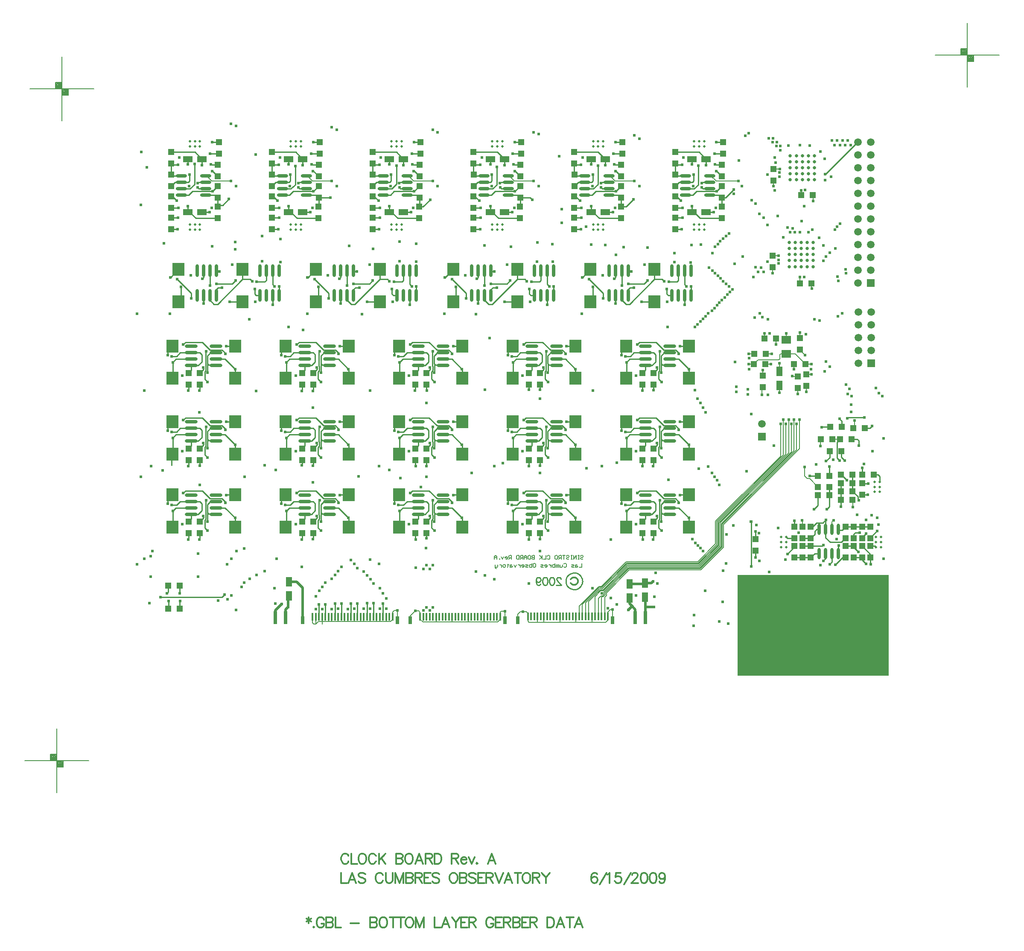
<source format=gbl>
%FSLAX23Y23*%
%MOIN*%
G70*
G01*
G75*
G04 Layer_Physical_Order=10*
G04 Layer_Color=16711680*
%ADD10C,0.005*%
%ADD11C,0.040*%
%ADD12R,0.085X0.138*%
%ADD13R,0.085X0.043*%
%ADD14R,0.085X0.043*%
%ADD15R,0.060X0.086*%
%ADD16R,0.035X0.037*%
%ADD17R,0.035X0.037*%
%ADD18R,0.050X0.050*%
%ADD19O,0.098X0.028*%
%ADD20R,0.135X0.070*%
%ADD21R,0.228X0.228*%
%ADD22O,0.008X0.033*%
%ADD23O,0.033X0.008*%
%ADD24R,0.070X0.135*%
%ADD25R,0.138X0.085*%
%ADD26R,0.043X0.085*%
%ADD27R,0.043X0.085*%
%ADD28R,0.031X0.060*%
%ADD29R,0.014X0.060*%
%ADD30R,0.030X0.100*%
%ADD31R,0.050X0.050*%
%ADD32R,0.048X0.078*%
%ADD33R,0.100X0.100*%
%ADD34O,0.010X0.061*%
%ADD35O,0.061X0.010*%
%ADD36O,0.024X0.087*%
%ADD37R,0.045X0.017*%
%ADD38R,0.028X0.036*%
%ADD39R,0.036X0.036*%
%ADD40R,0.087X0.024*%
%ADD41C,0.020*%
%ADD42C,0.010*%
%ADD43C,0.012*%
%ADD44R,1.181X0.787*%
%ADD45C,0.008*%
%ADD46C,0.012*%
%ADD47C,0.012*%
%ADD48C,0.236*%
%ADD49C,0.050*%
%ADD50C,0.020*%
%ADD51C,0.026*%
%ADD52R,0.059X0.059*%
%ADD53C,0.059*%
%ADD54C,0.024*%
%ADD55C,0.040*%
%ADD56C,0.030*%
%ADD57C,0.033*%
%ADD58C,0.055*%
G04:AMPARAMS|DCode=59|XSize=70mil|YSize=70mil|CornerRadius=0mil|HoleSize=0mil|Usage=FLASHONLY|Rotation=0.000|XOffset=0mil|YOffset=0mil|HoleType=Round|Shape=Relief|Width=10mil|Gap=10mil|Entries=4|*
%AMTHD59*
7,0,0,0.070,0.050,0.010,45*
%
%ADD59THD59*%
%ADD60C,0.007*%
%ADD61C,0.045*%
G04:AMPARAMS|DCode=62|XSize=95.433mil|YSize=95.433mil|CornerRadius=0mil|HoleSize=0mil|Usage=FLASHONLY|Rotation=0.000|XOffset=0mil|YOffset=0mil|HoleType=Round|Shape=Relief|Width=10mil|Gap=10mil|Entries=4|*
%AMTHD62*
7,0,0,0.095,0.075,0.010,45*
%
%ADD62THD62*%
%ADD63R,0.094X0.102*%
%ADD64O,0.087X0.024*%
%ADD65R,0.078X0.048*%
%ADD66O,0.028X0.098*%
%ADD67R,0.075X0.063*%
%ADD68R,1.181X0.787*%
D10*
X14180Y10654D02*
X14740D01*
X14177Y10663D02*
X14737D01*
X14173Y10672D02*
X14733D01*
X14169Y10681D02*
X14729D01*
X14165Y10690D02*
X14725D01*
X14162Y10699D02*
X14722D01*
X14158Y10708D02*
X14718D01*
X14154Y10717D02*
X14714D01*
X13963Y10525D02*
X14154Y10717D01*
X13942Y10525D02*
X13963D01*
X13788Y10371D02*
X13942Y10525D01*
X13966Y10516D02*
X14158Y10708D01*
X13945Y10516D02*
X13966D01*
X13813Y10383D02*
X13945Y10516D01*
X13970Y10507D02*
X14162Y10699D01*
X13949Y10507D02*
X13970D01*
X13838Y10396D02*
X13949Y10507D01*
X13974Y10498D02*
X14165Y10690D01*
X13953Y10498D02*
X13974D01*
X13863Y10408D02*
X13953Y10498D01*
X13978Y10489D02*
X14169Y10681D01*
X13957Y10489D02*
X13978D01*
X13913Y10445D02*
X13957Y10489D01*
X13983Y10481D02*
X14173Y10672D01*
X13992Y10478D02*
X14177Y10663D01*
X14001Y10474D02*
X14180Y10654D01*
X15671Y11671D02*
X15675Y11675D01*
X15671Y11620D02*
Y11671D01*
X15530Y11042D02*
X15533Y11039D01*
Y10989D02*
Y11039D01*
X15763Y11030D02*
X15776Y11042D01*
X15763Y10969D02*
Y11030D01*
X15930Y11760D02*
X15940Y11769D01*
Y11819D01*
X14858Y13689D02*
X15033D01*
X14817Y13730D02*
X14858Y13689D01*
X13988Y10289D02*
Y10442D01*
X13913Y10289D02*
Y10445D01*
X13863Y10289D02*
Y10408D01*
X13838Y10289D02*
Y10396D01*
X13813Y10289D02*
Y10383D01*
X13788Y10289D02*
Y10371D01*
X13972Y10452D02*
X13983Y10463D01*
X13938Y10289D02*
Y10431D01*
X13959Y10452D01*
X13972D01*
X13976Y10443D02*
X13992Y10459D01*
X13963Y10289D02*
Y10443D01*
X13963Y10443D01*
X13976D01*
X13988Y10442D02*
X14001Y10455D01*
Y10474D01*
X13992Y10459D02*
Y10478D01*
X13983Y10463D02*
Y10481D01*
X15111Y12260D02*
X15151D01*
X15111Y12340D02*
X15111Y12340D01*
X15156D01*
X15246D02*
X15291D01*
X15291Y12340D01*
X15241Y12260D02*
X15286D01*
X15286Y12260D01*
X15221Y12170D02*
Y12215D01*
X15221Y12215D01*
X15216Y12020D02*
Y12075D01*
X15221Y12080D01*
X15351Y12036D02*
Y12095D01*
Y12036D02*
X15351Y12036D01*
X15494Y12026D02*
Y12073D01*
X15561Y12046D02*
Y12090D01*
Y12046D02*
X15562Y12045D01*
X15562Y12181D02*
X15602D01*
X15454Y12165D02*
X15496D01*
X15453Y12166D02*
X15454Y12165D01*
X15466Y12220D02*
Y12260D01*
X15465Y12219D02*
X15466Y12220D01*
X15602Y12260D02*
X15602Y12260D01*
X15556Y12260D02*
X15602D01*
X15476Y12340D02*
X15556Y12260D01*
X15406Y12340D02*
X15476D01*
X15511Y12372D02*
Y12375D01*
Y12372D02*
X15553Y12330D01*
X15513Y12467D02*
Y12508D01*
X15511Y12465D02*
X15513Y12467D01*
X15406Y12450D02*
Y12500D01*
X15407Y12501D01*
X15326Y12415D02*
Y12460D01*
Y12415D02*
X15326Y12415D01*
X15236Y12460D02*
Y12501D01*
X15237Y12502D01*
X15351Y12205D02*
Y12267D01*
X15351Y12267D01*
X15151Y12260D02*
X15185Y12294D01*
X15347D01*
X15354Y12301D01*
Y12333D01*
X15361Y12340D01*
X15406D01*
X15804Y11653D02*
X15825Y11675D01*
X15765Y11675D02*
X15825D01*
X15765Y11675D02*
X15765Y11675D01*
X15569Y11366D02*
X15589D01*
X15548Y11387D02*
X15569Y11366D01*
X15548Y11387D02*
Y11457D01*
X15589Y11366D02*
X15653Y11302D01*
X15299Y13106D02*
X15346D01*
X15298Y13107D02*
X15299Y13106D01*
X15298Y12971D02*
Y13017D01*
Y12971D02*
X15299Y12970D01*
X15512Y12940D02*
X15513Y12939D01*
Y12892D02*
Y12939D01*
X15603Y12850D02*
Y12892D01*
Y12850D02*
X15604Y12849D01*
X15307Y13784D02*
X15356D01*
X15307Y13784D02*
X15307Y13784D01*
X15307Y13650D02*
Y13694D01*
Y13650D02*
X15307Y13650D01*
X15522Y13579D02*
Y13617D01*
X15521Y13618D02*
X15522Y13617D01*
X15612Y13579D02*
X15615Y13576D01*
Y13534D02*
Y13576D01*
X10872Y13730D02*
X10880D01*
X10920Y13690D01*
X11069D01*
X11667Y13730D02*
X11707Y13690D01*
X11857D01*
X12454Y13730D02*
X12494Y13690D01*
X12644D01*
X13242Y13730D02*
X13282Y13690D01*
X13431D01*
X14029Y13730D02*
X14069Y13690D01*
X14219D01*
X14916Y10830D02*
Y11008D01*
X14740Y10654D02*
X14916Y10830D01*
X14737Y10663D02*
X14907Y10833D01*
Y11011D01*
X14733Y10672D02*
X14898Y10837D01*
Y11015D01*
X14729Y10681D02*
X14889Y10841D01*
Y11019D01*
X14725Y10690D02*
X14880Y10844D01*
Y11022D01*
X14722Y10699D02*
X14871Y10848D01*
Y11026D01*
X14718Y10708D02*
X14862Y10852D01*
Y11030D01*
X14714Y10717D02*
X14853Y10856D01*
Y11034D01*
X15361Y11542D02*
Y11795D01*
X15382Y11550D02*
Y11827D01*
X15403Y11558D02*
Y11795D01*
X15424Y11566D02*
Y11827D01*
X15445Y11575D02*
Y11795D01*
X15466Y11583D02*
Y11827D01*
X15487Y11591D02*
Y11795D01*
X15508Y11600D02*
Y11827D01*
X14853Y11034D02*
X15361Y11542D01*
X14862Y11030D02*
X15382Y11550D01*
X14871Y11026D02*
X15403Y11558D01*
X14880Y11022D02*
X15424Y11566D01*
X14889Y11019D02*
X15445Y11575D01*
X14898Y11015D02*
X15466Y11583D01*
X14907Y11011D02*
X15487Y11591D01*
X14916Y11008D02*
X15508Y11600D01*
X15924Y11144D02*
Y11201D01*
X15923Y11202D02*
X15924Y11201D01*
X11707Y10239D02*
X11715Y10231D01*
X11707Y10239D02*
Y10288D01*
X11732Y10231D02*
Y10288D01*
X11715Y10231D02*
X11732D01*
X11732Y10231D01*
X11782D02*
Y10288D01*
X11832Y10251D02*
Y10289D01*
X11857Y10251D02*
Y10289D01*
X11907Y10251D02*
Y10290D01*
X11957Y10251D02*
Y10289D01*
X12032Y10251D02*
Y10289D01*
X12082Y10251D02*
Y10289D01*
X12107Y10251D02*
Y10289D01*
X12157Y10251D02*
Y10289D01*
X12207Y10251D02*
Y10289D01*
X12232Y10251D02*
Y10290D01*
X12282Y10251D02*
Y10290D01*
X12370Y10261D02*
Y10335D01*
X12369Y10336D02*
X12370Y10335D01*
X12344Y10336D02*
X12369D01*
X12332Y10324D02*
X12344Y10336D01*
X12332Y10288D02*
Y10324D01*
X11983Y10251D02*
Y10288D01*
X12470Y10295D02*
X12509Y10335D01*
X12470Y10261D02*
Y10295D01*
X12547Y10288D02*
Y10321D01*
X12534Y10335D02*
X12547Y10321D01*
X12509Y10335D02*
X12534D01*
X13210Y10261D02*
Y10330D01*
X13209Y10331D02*
X13210Y10330D01*
X13180Y10331D02*
X13209D01*
X13172Y10323D02*
X13180Y10331D01*
X13172Y10288D02*
Y10323D01*
X13328Y10327D02*
X13349D01*
X13310Y10308D02*
X13328Y10327D01*
X13310Y10261D02*
Y10308D01*
X13349Y10327D02*
X13374D01*
X13388Y10313D01*
Y10289D02*
Y10313D01*
X14050Y10261D02*
Y10342D01*
X14050Y10343D01*
X12672Y10246D02*
Y10290D01*
X12797Y10246D02*
Y10290D01*
X12922Y10246D02*
Y10290D01*
X13047Y10246D02*
Y10290D01*
X14032Y10343D02*
X14050D01*
X14013Y10323D02*
X14032Y10343D01*
X14013Y10289D02*
Y10323D01*
X11732Y10231D02*
X11752Y10251D01*
X12332Y10288D02*
X12332Y10288D01*
X11752Y10251D02*
X12316D01*
X12332Y10266D01*
Y10288D01*
X13172Y10288D02*
X13173Y10287D01*
X12547Y10266D02*
Y10288D01*
Y10266D02*
X12568Y10246D01*
X13152D01*
X13173Y10267D01*
Y10287D01*
X13388Y10254D02*
Y10289D01*
Y10254D02*
X13397Y10245D01*
X13463Y10246D02*
Y10289D01*
X13463Y10268D02*
Y10292D01*
X13513Y10245D02*
Y10289D01*
X13513Y10267D02*
Y10292D01*
X14013Y10261D02*
Y10289D01*
X13996Y10245D02*
X14013Y10261D01*
X13888Y10245D02*
Y10289D01*
X13887Y10267D02*
Y10292D01*
X13763Y10246D02*
Y10289D01*
X13762Y10268D02*
Y10292D01*
X13638Y10247D02*
Y10289D01*
X13397Y10245D02*
X13996D01*
X13638Y10268D02*
Y10292D01*
X13800Y10762D02*
X13805Y10767D01*
X13815D01*
X13820Y10762D01*
Y10757D01*
X13815Y10752D01*
X13805D01*
X13800Y10747D01*
Y10742D01*
X13805Y10737D01*
X13815D01*
X13820Y10742D01*
X13790Y10767D02*
X13780D01*
X13785D01*
Y10737D01*
X13790D01*
X13780D01*
X13765D02*
Y10767D01*
X13745Y10737D01*
Y10767D01*
X13735D02*
X13725D01*
X13730D01*
Y10737D01*
X13735D01*
X13725D01*
X13690Y10762D02*
X13695Y10767D01*
X13705D01*
X13710Y10762D01*
Y10757D01*
X13705Y10752D01*
X13695D01*
X13690Y10747D01*
Y10742D01*
X13695Y10737D01*
X13705D01*
X13710Y10742D01*
X13680Y10767D02*
X13660D01*
X13670D01*
Y10737D01*
X13650D02*
Y10767D01*
X13635D01*
X13630Y10762D01*
Y10752D01*
X13635Y10747D01*
X13650D01*
X13640D02*
X13630Y10737D01*
X13605Y10767D02*
X13615D01*
X13620Y10762D01*
Y10742D01*
X13615Y10737D01*
X13605D01*
X13600Y10742D01*
Y10762D01*
X13605Y10767D01*
X13540Y10762D02*
X13545Y10767D01*
X13555D01*
X13560Y10762D01*
Y10742D01*
X13555Y10737D01*
X13545D01*
X13540Y10742D01*
X13530Y10767D02*
Y10737D01*
X13510D01*
X13500Y10767D02*
Y10737D01*
Y10747D01*
X13480Y10767D01*
X13495Y10752D01*
X13480Y10737D01*
X13440Y10767D02*
Y10737D01*
X13425D01*
X13420Y10742D01*
Y10747D01*
X13425Y10752D01*
X13440D01*
X13425D01*
X13420Y10757D01*
Y10762D01*
X13425Y10767D01*
X13440D01*
X13395D02*
X13405D01*
X13410Y10762D01*
Y10742D01*
X13405Y10737D01*
X13395D01*
X13390Y10742D01*
Y10762D01*
X13395Y10767D01*
X13380Y10737D02*
Y10757D01*
X13370Y10767D01*
X13360Y10757D01*
Y10737D01*
Y10752D01*
X13380D01*
X13350Y10737D02*
Y10767D01*
X13335D01*
X13330Y10762D01*
Y10752D01*
X13335Y10747D01*
X13350D01*
X13340D02*
X13330Y10737D01*
X13320Y10767D02*
Y10737D01*
X13305D01*
X13300Y10742D01*
Y10762D01*
X13305Y10767D01*
X13320D01*
X13260Y10737D02*
Y10767D01*
X13245D01*
X13240Y10762D01*
Y10752D01*
X13245Y10747D01*
X13260D01*
X13250D02*
X13240Y10737D01*
X13215D02*
X13225D01*
X13230Y10742D01*
Y10752D01*
X13225Y10757D01*
X13215D01*
X13210Y10752D01*
Y10747D01*
X13230D01*
X13200Y10757D02*
X13190Y10737D01*
X13180Y10757D01*
X13170Y10737D02*
Y10742D01*
X13165D01*
Y10737D01*
X13170D01*
X13145D02*
Y10757D01*
X13135Y10767D01*
X13125Y10757D01*
Y10737D01*
Y10752D01*
X13145D01*
X13808Y10704D02*
Y10674D01*
X13788D01*
X13773Y10694D02*
X13763D01*
X13758Y10689D01*
Y10674D01*
X13773D01*
X13778Y10679D01*
X13773Y10684D01*
X13758D01*
X13748Y10674D02*
X13733D01*
X13728Y10679D01*
X13733Y10684D01*
X13743D01*
X13748Y10689D01*
X13743Y10694D01*
X13728D01*
X13668Y10699D02*
X13673Y10704D01*
X13683D01*
X13688Y10699D01*
Y10679D01*
X13683Y10674D01*
X13673D01*
X13668Y10679D01*
X13658Y10694D02*
Y10679D01*
X13653Y10674D01*
X13638D01*
Y10694D01*
X13628Y10674D02*
Y10694D01*
X13623D01*
X13618Y10689D01*
Y10674D01*
Y10689D01*
X13613Y10694D01*
X13608Y10689D01*
Y10674D01*
X13598Y10704D02*
Y10674D01*
X13583D01*
X13578Y10679D01*
Y10684D01*
Y10689D01*
X13583Y10694D01*
X13598D01*
X13568D02*
Y10674D01*
Y10684D01*
X13563Y10689D01*
X13558Y10694D01*
X13553D01*
X13523Y10674D02*
X13533D01*
X13538Y10679D01*
Y10689D01*
X13533Y10694D01*
X13523D01*
X13518Y10689D01*
Y10684D01*
X13538D01*
X13508Y10674D02*
X13493D01*
X13488Y10679D01*
X13493Y10684D01*
X13503D01*
X13508Y10689D01*
X13503Y10694D01*
X13488D01*
X13433Y10704D02*
X13443D01*
X13448Y10699D01*
Y10679D01*
X13443Y10674D01*
X13433D01*
X13428Y10679D01*
Y10699D01*
X13433Y10704D01*
X13418D02*
Y10674D01*
X13403D01*
X13398Y10679D01*
Y10684D01*
Y10689D01*
X13403Y10694D01*
X13418D01*
X13388Y10674D02*
X13373D01*
X13368Y10679D01*
X13373Y10684D01*
X13383D01*
X13388Y10689D01*
X13383Y10694D01*
X13368D01*
X13343Y10674D02*
X13353D01*
X13358Y10679D01*
Y10689D01*
X13353Y10694D01*
X13343D01*
X13338Y10689D01*
Y10684D01*
X13358D01*
X13328Y10694D02*
Y10674D01*
Y10684D01*
X13323Y10689D01*
X13318Y10694D01*
X13313D01*
X13298D02*
X13288Y10674D01*
X13278Y10694D01*
X13263D02*
X13253D01*
X13248Y10689D01*
Y10674D01*
X13263D01*
X13268Y10679D01*
X13263Y10684D01*
X13248D01*
X13233Y10699D02*
Y10694D01*
X13238D01*
X13228D01*
X13233D01*
Y10679D01*
X13228Y10674D01*
X13208D02*
X13198D01*
X13193Y10679D01*
Y10689D01*
X13198Y10694D01*
X13208D01*
X13213Y10689D01*
Y10679D01*
X13208Y10674D01*
X13183Y10694D02*
Y10674D01*
Y10684D01*
X13178Y10689D01*
X13173Y10694D01*
X13168D01*
X13153D02*
Y10679D01*
X13148Y10674D01*
X13133D01*
Y10669D01*
X13138Y10664D01*
X13143D01*
X13133Y10674D02*
Y10694D01*
D18*
X15533Y10749D02*
D03*
Y10839D02*
D03*
X15597Y10989D02*
D03*
Y10899D02*
D03*
X15597Y10749D02*
D03*
Y10839D02*
D03*
X15533Y10989D02*
D03*
Y10899D02*
D03*
X15468Y10839D02*
D03*
Y10749D02*
D03*
X15998Y10839D02*
D03*
Y10749D02*
D03*
X10825Y11511D02*
D03*
Y11601D02*
D03*
X10739D02*
D03*
Y11511D02*
D03*
X11711Y10941D02*
D03*
Y11031D02*
D03*
X11624D02*
D03*
Y10941D02*
D03*
X10825D02*
D03*
Y11031D02*
D03*
X10739D02*
D03*
Y10941D02*
D03*
X14369Y11511D02*
D03*
Y11601D02*
D03*
X14282D02*
D03*
Y11511D02*
D03*
X13483D02*
D03*
Y11601D02*
D03*
X13396D02*
D03*
Y11511D02*
D03*
X14369Y10941D02*
D03*
Y11031D02*
D03*
X14282D02*
D03*
Y10941D02*
D03*
X13396Y12192D02*
D03*
Y12102D02*
D03*
X13483D02*
D03*
Y12192D02*
D03*
X12510D02*
D03*
Y12102D02*
D03*
X12597D02*
D03*
Y12192D02*
D03*
X10739D02*
D03*
Y12102D02*
D03*
X10825D02*
D03*
Y12192D02*
D03*
X13750Y13572D02*
D03*
Y13482D02*
D03*
X14116Y13728D02*
D03*
Y13818D02*
D03*
X14114Y13399D02*
D03*
Y13489D02*
D03*
X13750Y13826D02*
D03*
Y13916D02*
D03*
X14116Y13560D02*
D03*
Y13650D02*
D03*
X13750Y13404D02*
D03*
Y13314D02*
D03*
X13752Y13739D02*
D03*
Y13649D02*
D03*
X14124Y13995D02*
D03*
Y13905D02*
D03*
X12963Y13572D02*
D03*
Y13482D02*
D03*
X13328Y13728D02*
D03*
Y13818D02*
D03*
X13327Y13399D02*
D03*
Y13489D02*
D03*
X12963Y13826D02*
D03*
Y13916D02*
D03*
X13328Y13560D02*
D03*
Y13650D02*
D03*
X12963Y13404D02*
D03*
Y13314D02*
D03*
X12964Y13739D02*
D03*
Y13649D02*
D03*
X13337Y13995D02*
D03*
Y13905D02*
D03*
X12175Y13572D02*
D03*
Y13482D02*
D03*
X12541Y13728D02*
D03*
Y13818D02*
D03*
X12540Y13399D02*
D03*
Y13489D02*
D03*
X12175Y13826D02*
D03*
Y13916D02*
D03*
X12541Y13560D02*
D03*
Y13650D02*
D03*
X12175Y13404D02*
D03*
Y13314D02*
D03*
X12177Y13739D02*
D03*
Y13649D02*
D03*
X12549Y13995D02*
D03*
Y13905D02*
D03*
X11388Y13572D02*
D03*
Y13482D02*
D03*
X11754Y13728D02*
D03*
Y13818D02*
D03*
X11752Y13399D02*
D03*
Y13489D02*
D03*
X11388Y13826D02*
D03*
Y13916D02*
D03*
X11754Y13560D02*
D03*
Y13650D02*
D03*
X11388Y13404D02*
D03*
Y13314D02*
D03*
X11389Y13739D02*
D03*
Y13649D02*
D03*
X11762Y13995D02*
D03*
Y13905D02*
D03*
X10601Y13572D02*
D03*
Y13482D02*
D03*
X10966Y13728D02*
D03*
Y13818D02*
D03*
X10965Y13399D02*
D03*
Y13489D02*
D03*
X10601Y13826D02*
D03*
Y13916D02*
D03*
X10966Y13560D02*
D03*
Y13650D02*
D03*
X10601Y13404D02*
D03*
Y13314D02*
D03*
X10602Y13739D02*
D03*
Y13649D02*
D03*
X10975Y13995D02*
D03*
Y13905D02*
D03*
X14912D02*
D03*
Y13995D02*
D03*
X14538Y13404D02*
D03*
Y13314D02*
D03*
X14903Y13560D02*
D03*
Y13650D02*
D03*
X14902Y13399D02*
D03*
Y13489D02*
D03*
X14538Y13916D02*
D03*
Y13826D02*
D03*
X14539Y13739D02*
D03*
Y13649D02*
D03*
X14538Y13482D02*
D03*
Y13572D02*
D03*
X14903Y13818D02*
D03*
Y13728D02*
D03*
X12597Y11031D02*
D03*
Y10941D02*
D03*
X12510D02*
D03*
Y11031D02*
D03*
X13483D02*
D03*
Y10941D02*
D03*
X13396D02*
D03*
Y11031D02*
D03*
X11711Y11601D02*
D03*
Y11511D02*
D03*
X11624D02*
D03*
Y11601D02*
D03*
X12597Y11601D02*
D03*
Y11511D02*
D03*
X12510D02*
D03*
Y11601D02*
D03*
X14282Y12102D02*
D03*
Y12192D02*
D03*
X14369D02*
D03*
Y12102D02*
D03*
X11624D02*
D03*
Y12192D02*
D03*
X11711D02*
D03*
Y12102D02*
D03*
X15868Y10899D02*
D03*
Y10989D02*
D03*
X15933D02*
D03*
Y10899D02*
D03*
X15998Y10899D02*
D03*
Y10989D02*
D03*
X16063Y10989D02*
D03*
Y10899D02*
D03*
X15868Y10749D02*
D03*
Y10839D02*
D03*
X16063Y10839D02*
D03*
Y10749D02*
D03*
X15933Y10839D02*
D03*
Y10749D02*
D03*
X15468Y10899D02*
D03*
Y10989D02*
D03*
X15165Y10805D02*
D03*
Y10895D02*
D03*
X15221Y12170D02*
D03*
Y12080D02*
D03*
X15496Y12165D02*
D03*
Y12075D02*
D03*
X15561Y12090D02*
D03*
Y12180D02*
D03*
X15511Y12375D02*
D03*
Y12465D02*
D03*
X15998Y11332D02*
D03*
Y11242D02*
D03*
X15298Y13107D02*
D03*
Y13017D02*
D03*
X15307Y13784D02*
D03*
Y13694D02*
D03*
D19*
X10760Y11659D02*
D03*
Y11709D02*
D03*
Y11759D02*
D03*
Y11809D02*
D03*
X10953Y11659D02*
D03*
Y11709D02*
D03*
Y11759D02*
D03*
Y11809D02*
D03*
X11646Y11088D02*
D03*
Y11138D02*
D03*
Y11188D02*
D03*
Y11238D02*
D03*
X11839Y11088D02*
D03*
Y11138D02*
D03*
Y11188D02*
D03*
Y11238D02*
D03*
X10760Y11088D02*
D03*
Y11138D02*
D03*
Y11188D02*
D03*
Y11238D02*
D03*
X10953Y11088D02*
D03*
Y11138D02*
D03*
Y11188D02*
D03*
Y11238D02*
D03*
X14304Y11659D02*
D03*
Y11709D02*
D03*
Y11759D02*
D03*
Y11809D02*
D03*
X14496Y11659D02*
D03*
Y11709D02*
D03*
Y11759D02*
D03*
Y11809D02*
D03*
X13418Y11659D02*
D03*
Y11709D02*
D03*
Y11759D02*
D03*
Y11809D02*
D03*
X13611Y11659D02*
D03*
Y11709D02*
D03*
Y11759D02*
D03*
Y11809D02*
D03*
X14304Y11088D02*
D03*
Y11138D02*
D03*
Y11188D02*
D03*
Y11238D02*
D03*
X14496Y11088D02*
D03*
Y11138D02*
D03*
Y11188D02*
D03*
Y11238D02*
D03*
X13418Y12249D02*
D03*
Y12299D02*
D03*
Y12349D02*
D03*
Y12399D02*
D03*
X13611Y12249D02*
D03*
Y12299D02*
D03*
Y12349D02*
D03*
Y12399D02*
D03*
X12532Y12249D02*
D03*
Y12299D02*
D03*
Y12349D02*
D03*
Y12399D02*
D03*
X12725Y12249D02*
D03*
Y12299D02*
D03*
Y12349D02*
D03*
Y12399D02*
D03*
X10760Y12249D02*
D03*
Y12299D02*
D03*
Y12349D02*
D03*
Y12399D02*
D03*
X10953Y12249D02*
D03*
Y12299D02*
D03*
Y12349D02*
D03*
Y12399D02*
D03*
X12725Y11238D02*
D03*
Y11188D02*
D03*
Y11138D02*
D03*
Y11088D02*
D03*
X12532Y11238D02*
D03*
Y11188D02*
D03*
Y11138D02*
D03*
Y11088D02*
D03*
X13611Y11238D02*
D03*
Y11188D02*
D03*
Y11138D02*
D03*
Y11088D02*
D03*
X13418Y11238D02*
D03*
Y11188D02*
D03*
Y11138D02*
D03*
Y11088D02*
D03*
X11839Y11809D02*
D03*
Y11759D02*
D03*
Y11709D02*
D03*
Y11659D02*
D03*
X11646Y11809D02*
D03*
Y11759D02*
D03*
Y11709D02*
D03*
Y11659D02*
D03*
X12725Y11809D02*
D03*
Y11759D02*
D03*
Y11709D02*
D03*
Y11659D02*
D03*
X12532Y11809D02*
D03*
Y11759D02*
D03*
Y11709D02*
D03*
Y11659D02*
D03*
X14496Y12399D02*
D03*
Y12349D02*
D03*
Y12299D02*
D03*
Y12249D02*
D03*
X14304Y12399D02*
D03*
Y12349D02*
D03*
Y12299D02*
D03*
Y12249D02*
D03*
X11839Y12399D02*
D03*
Y12349D02*
D03*
Y12299D02*
D03*
Y12249D02*
D03*
X11646Y12399D02*
D03*
Y12349D02*
D03*
Y12299D02*
D03*
Y12249D02*
D03*
D28*
X11630Y10261D02*
D03*
X12370D02*
D03*
X12470D02*
D03*
X13210D02*
D03*
X13310D02*
D03*
X14050D02*
D03*
D29*
X11732Y10288D02*
D03*
X11757D02*
D03*
X11782D02*
D03*
X11807D02*
D03*
X11832D02*
D03*
X11857D02*
D03*
X11882D02*
D03*
X11907D02*
D03*
X11932D02*
D03*
X11957D02*
D03*
X11982D02*
D03*
X12007D02*
D03*
X12032D02*
D03*
X12057D02*
D03*
X12082D02*
D03*
X12107D02*
D03*
X12132D02*
D03*
X12157D02*
D03*
X12182D02*
D03*
X12207D02*
D03*
X12232D02*
D03*
X12257D02*
D03*
X12282D02*
D03*
X12307D02*
D03*
X12547D02*
D03*
X12572D02*
D03*
X12597D02*
D03*
X12622D02*
D03*
X12647D02*
D03*
X12672D02*
D03*
X12697D02*
D03*
X12722D02*
D03*
X12747D02*
D03*
X12772D02*
D03*
X12797D02*
D03*
X12822D02*
D03*
X12847D02*
D03*
X12872D02*
D03*
X12897D02*
D03*
X12922D02*
D03*
X12947D02*
D03*
X12972D02*
D03*
X12997D02*
D03*
X13022D02*
D03*
X13047D02*
D03*
X13072D02*
D03*
X13097D02*
D03*
X13122D02*
D03*
X13147D02*
D03*
X13172D02*
D03*
X13388Y10289D02*
D03*
X13413D02*
D03*
X13438D02*
D03*
X13463D02*
D03*
X13488D02*
D03*
X13513D02*
D03*
X13538D02*
D03*
X13563D02*
D03*
X13588D02*
D03*
X13613D02*
D03*
X13638D02*
D03*
X13663D02*
D03*
X13688D02*
D03*
X13713D02*
D03*
X13738D02*
D03*
X13763D02*
D03*
X13788D02*
D03*
X13813D02*
D03*
X13838D02*
D03*
X13863D02*
D03*
X13888D02*
D03*
X13913D02*
D03*
X13938D02*
D03*
X13963D02*
D03*
X13988D02*
D03*
X14013D02*
D03*
X11707Y10288D02*
D03*
X12332D02*
D03*
D30*
X11416Y10279D02*
D03*
X11495D02*
D03*
X14226Y10279D02*
D03*
X14305D02*
D03*
D31*
X15840Y11770D02*
D03*
X15750D02*
D03*
X15835Y11580D02*
D03*
X15745D02*
D03*
X15915Y11675D02*
D03*
X15825D02*
D03*
X15675Y11675D02*
D03*
X15765D02*
D03*
X16020Y11760D02*
D03*
X15930D02*
D03*
X15833Y11397D02*
D03*
X15923D02*
D03*
X15833Y11332D02*
D03*
X15923D02*
D03*
X15833Y11267D02*
D03*
X15923D02*
D03*
X15923Y11202D02*
D03*
X15833D02*
D03*
X15743Y11387D02*
D03*
X15653D02*
D03*
X10580Y10350D02*
D03*
X10670D02*
D03*
X10670Y10530D02*
D03*
X10580D02*
D03*
X15653Y11302D02*
D03*
X15743D02*
D03*
X15653Y11237D02*
D03*
X15743D02*
D03*
X16088Y11397D02*
D03*
X15998D02*
D03*
X15246Y12340D02*
D03*
X15156D02*
D03*
X15466Y12260D02*
D03*
X15556D02*
D03*
X15241Y12260D02*
D03*
X15151D02*
D03*
X15326Y12460D02*
D03*
X15236D02*
D03*
X15513Y12892D02*
D03*
X15603D02*
D03*
X15522Y13579D02*
D03*
X15612D02*
D03*
D32*
X14301Y10440D02*
D03*
Y10550D02*
D03*
X14181Y10435D02*
D03*
Y10545D02*
D03*
X11521Y10560D02*
D03*
Y10450D02*
D03*
X15351Y12095D02*
D03*
Y12205D02*
D03*
D36*
X15813Y10780D02*
D03*
X15763D02*
D03*
X15713D02*
D03*
X15663D02*
D03*
X15813Y10969D02*
D03*
X15763D02*
D03*
X15713D02*
D03*
X15663D02*
D03*
D41*
X14226Y10279D02*
Y10345D01*
X11495Y10279D02*
Y10343D01*
X11516Y10365D01*
Y10445D01*
X11521Y10450D01*
X14305Y10279D02*
Y10360D01*
X14310Y10365D01*
X14371D01*
X14201Y10369D02*
X14226Y10345D01*
X14171Y10340D02*
X14201Y10369D01*
X14171Y10340D02*
X14171D01*
X14181Y10389D02*
X14201Y10369D01*
X14181Y10389D02*
Y10435D01*
X14305Y10360D02*
Y10436D01*
X14301Y10440D02*
X14305Y10436D01*
X11416Y10279D02*
Y10337D01*
X11466Y10388D01*
X11521Y10560D02*
X11582D01*
X11629Y10513D01*
Y10415D02*
Y10513D01*
X11630Y10261D02*
Y10414D01*
X11629Y10415D02*
X11630Y10414D01*
X14301Y10550D02*
X14352D01*
X14366Y10564D01*
X14181Y10545D02*
X14296D01*
X14301Y10550D01*
D42*
X13814Y10565D02*
X13813Y10575D01*
X13811Y10585D01*
X13807Y10594D01*
X13802Y10603D01*
X13796Y10611D01*
X13789Y10617D01*
X13780Y10623D01*
X13771Y10627D01*
X13762Y10629D01*
X13752Y10630D01*
X13742Y10630D01*
X13732Y10628D01*
X13723Y10625D01*
X13714Y10620D01*
X13706Y10614D01*
X13699Y10607D01*
X13693Y10599D01*
X13689Y10590D01*
X13686Y10580D01*
X13684Y10570D01*
Y10560D01*
X13686Y10551D01*
X13689Y10541D01*
X13693Y10532D01*
X13699Y10524D01*
X13706Y10517D01*
X13714Y10511D01*
X13723Y10506D01*
X13732Y10503D01*
X13742Y10501D01*
X13752Y10501D01*
X13762Y10502D01*
X13771Y10504D01*
X13780Y10508D01*
X13789Y10514D01*
X13796Y10520D01*
X13802Y10528D01*
X13807Y10537D01*
X13811Y10546D01*
X13813Y10556D01*
X13814Y10565D01*
X15961Y13995D02*
X15966D01*
X15711Y13745D02*
X15961Y13995D01*
X15710Y13745D02*
X15711D01*
X16004Y11326D02*
X16046D01*
X15998Y11332D02*
X16004Y11326D01*
X10520Y10440D02*
X10998D01*
X10580Y10482D02*
Y10530D01*
X10998Y10440D02*
X11020Y10462D01*
X10670Y10470D02*
Y10530D01*
X10670Y10408D02*
X10671Y10409D01*
X10670Y10350D02*
Y10408D01*
X11977Y12989D02*
X11977Y12989D01*
X12033Y12983D02*
X12052D01*
X12027Y12989D02*
X12033Y12983D01*
X11977Y12761D02*
Y12796D01*
X12027D02*
Y12843D01*
X12467Y12883D02*
Y12989D01*
Y12883D02*
X12482Y12868D01*
X12467Y12796D02*
X12467Y12796D01*
X12467Y12723D02*
Y12796D01*
X11927Y12938D02*
Y12989D01*
X11917Y12928D02*
X11927Y12938D01*
X11732Y12747D02*
X11752Y12767D01*
X11671Y12938D02*
X11732Y12999D01*
X11667Y12938D02*
X11671D01*
X12231Y12748D02*
X12232Y12747D01*
X12132Y12748D02*
X12231D01*
X12417Y12913D02*
Y12989D01*
X12406Y12903D02*
X12417Y12913D01*
X12343Y12903D02*
X12406D01*
X11977Y12873D02*
Y12989D01*
X11752Y12767D02*
Y12863D01*
X12232Y12923D02*
Y12999D01*
Y12923D02*
X12292D01*
X12307Y12908D01*
X12037Y12728D02*
X12232Y12923D01*
X12010Y12728D02*
X12037D01*
X11977Y12761D02*
X12010Y12728D01*
X12042Y12858D02*
X12072D01*
X12027Y12843D02*
X12042Y12858D01*
X11927Y12733D02*
Y12796D01*
X11927Y12733D02*
X11927Y12733D01*
X12338Y12796D02*
X12367D01*
X12327Y12808D02*
X12338Y12796D01*
X12327Y12808D02*
Y12848D01*
X12517Y12868D02*
X12517Y12868D01*
Y12796D02*
Y12868D01*
X12152Y12888D02*
X12177Y12913D01*
X12027Y12888D02*
X12152D01*
X11832Y12773D02*
Y12813D01*
X11722Y12923D02*
X11832Y12813D01*
X13049Y12989D02*
X13049Y12989D01*
X13106Y12983D02*
X13124D01*
X13099Y12989D02*
X13106Y12983D01*
X13049Y12761D02*
Y12796D01*
X13099D02*
Y12843D01*
X13539Y12883D02*
Y12989D01*
Y12883D02*
X13554Y12868D01*
X13539Y12796D02*
X13539Y12796D01*
X13539Y12723D02*
Y12796D01*
X12999Y12938D02*
Y12989D01*
X12989Y12928D02*
X12999Y12938D01*
X12804Y12747D02*
X12824Y12767D01*
X12743Y12938D02*
X12804Y12999D01*
X12739Y12938D02*
X12743D01*
X13303Y12748D02*
X13304Y12747D01*
X13204Y12748D02*
X13303D01*
X13489Y12913D02*
Y12989D01*
X13478Y12903D02*
X13489Y12913D01*
X13415Y12903D02*
X13478D01*
X13049Y12873D02*
Y12989D01*
X12824Y12767D02*
Y12863D01*
X13304Y12923D02*
Y12999D01*
Y12923D02*
X13364D01*
X13379Y12908D01*
X13109Y12728D02*
X13304Y12923D01*
X13083Y12728D02*
X13109D01*
X13049Y12761D02*
X13083Y12728D01*
X13114Y12858D02*
X13144D01*
X13099Y12843D02*
X13114Y12858D01*
X12999Y12733D02*
Y12796D01*
X12999Y12733D02*
X12999Y12733D01*
X13411Y12796D02*
X13439D01*
X13399Y12808D02*
X13411Y12796D01*
X13399Y12808D02*
Y12848D01*
X13589Y12868D02*
X13589Y12868D01*
Y12796D02*
Y12868D01*
X13224Y12888D02*
X13249Y12913D01*
X13099Y12888D02*
X13224D01*
X12904Y12773D02*
Y12813D01*
X12794Y12923D02*
X12904Y12813D01*
X14122Y12989D02*
X14122Y12989D01*
X14179Y12983D02*
X14197D01*
X14172Y12989D02*
X14179Y12983D01*
X14122Y12761D02*
Y12796D01*
X14172D02*
Y12843D01*
X14612Y12883D02*
Y12989D01*
Y12883D02*
X14627Y12868D01*
X14612Y12796D02*
X14612Y12796D01*
X14612Y12723D02*
Y12796D01*
X14072Y12938D02*
Y12989D01*
X14062Y12928D02*
X14072Y12938D01*
X13877Y12747D02*
X13897Y12767D01*
X13816Y12938D02*
X13877Y12999D01*
X13812Y12938D02*
X13816D01*
X14376Y12748D02*
X14377Y12747D01*
X14277Y12748D02*
X14376D01*
X14488Y12903D02*
X14551D01*
X14122Y12873D02*
Y12989D01*
X13897Y12767D02*
Y12863D01*
X14377Y12923D02*
Y12999D01*
Y12923D02*
X14437D01*
X14452Y12908D01*
X14182Y12728D02*
X14377Y12923D01*
X14156Y12728D02*
X14182D01*
X14122Y12761D02*
X14156Y12728D01*
X14187Y12858D02*
X14217D01*
X14172Y12843D02*
X14187Y12858D01*
X14072Y12733D02*
Y12796D01*
X14072Y12733D02*
X14072Y12733D01*
X14484Y12796D02*
X14512D01*
X14472Y12808D02*
X14484Y12796D01*
X14472Y12808D02*
Y12848D01*
X14662Y12796D02*
Y12868D01*
X14297Y12888D02*
X14322Y12913D01*
X14172Y12888D02*
X14297D01*
X13977Y12773D02*
Y12813D01*
X13867Y12923D02*
X13977Y12813D01*
X14367Y10892D02*
X14369Y10893D01*
Y10941D01*
X13482Y10894D02*
X13483Y10894D01*
Y10941D01*
X12596Y10899D02*
X12597Y10899D01*
Y10941D01*
X11710Y10895D02*
X11711Y10895D01*
Y10941D01*
X10823Y10891D02*
X10825Y10892D01*
Y10941D01*
X14367Y11465D02*
X14369Y11466D01*
Y11511D01*
X13483Y11467D02*
X13483Y11467D01*
X13483Y11467D02*
Y11511D01*
X12597Y11463D02*
X12597Y11463D01*
X12597Y11463D02*
Y11511D01*
X11709Y11467D02*
X11711Y11468D01*
Y11511D01*
X10825Y11467D02*
X10826Y11466D01*
X10825Y11467D02*
Y11511D01*
X14369Y12056D02*
X14369Y12056D01*
X14369Y12056D02*
Y12102D01*
X13482Y12060D02*
X13483Y12060D01*
Y12102D01*
X12597Y12054D02*
X12598Y12053D01*
X12597Y12054D02*
Y12102D01*
X11710Y12050D02*
X11711Y12050D01*
Y12102D01*
X10822Y12053D02*
X10825Y12055D01*
Y12102D01*
X11782Y10521D02*
X11783Y10522D01*
X12182Y10288D02*
Y10394D01*
X12181Y10395D02*
X12182Y10394D01*
X12131Y10394D02*
X12132Y10393D01*
Y10288D02*
Y10393D01*
X14548Y13572D02*
X14583Y13536D01*
X14538Y13572D02*
X14548D01*
X14901Y13730D02*
X14903Y13728D01*
X14863Y13768D02*
X14903Y13728D01*
X14859Y13768D02*
X14863D01*
X14902Y13489D02*
X14903Y13490D01*
X14538Y13826D02*
X14546Y13818D01*
X14884Y13580D02*
X14903Y13560D01*
Y13490D02*
Y13560D01*
X14838Y13448D02*
X14839Y13447D01*
X14780Y13448D02*
X14838D01*
X14684D02*
X14733Y13399D01*
X14902D01*
X14670Y13448D02*
X14684D01*
X14538Y13916D02*
X14725D01*
X14780Y13861D01*
X14670Y13822D02*
Y13861D01*
X14669Y13822D02*
X14670Y13822D01*
X14588Y13314D02*
X14589Y13314D01*
Y13313D02*
Y13314D01*
X14538Y13314D02*
X14588D01*
X14593Y13404D02*
X14594Y13405D01*
X14538Y13404D02*
X14593D01*
X14538Y13740D02*
Y13826D01*
Y13740D02*
X14548Y13730D01*
X14844Y13905D02*
X14912D01*
X14861Y13995D02*
X14912D01*
X14860Y13995D02*
Y13995D01*
Y13995D02*
X14861Y13995D01*
X14621Y13629D02*
X14672D01*
X14620Y13630D02*
X14621Y13629D01*
X14570Y13680D02*
X14620D01*
X14539Y13649D02*
X14570Y13680D01*
X14548Y13730D02*
X14620D01*
X14809Y13580D02*
X14884D01*
X14746Y13639D02*
X14755Y13630D01*
X14809D01*
X14751Y13680D02*
X14809D01*
X14745Y13674D02*
X14751Y13680D01*
X14594Y13482D02*
X14595Y13482D01*
X14538Y13482D02*
X14594D01*
X14851Y13818D02*
X14903D01*
X14849Y13820D02*
X14851Y13818D01*
X14546Y13818D02*
X14591D01*
X14670Y13448D02*
Y13494D01*
X14862Y13609D02*
X14903Y13650D01*
X14676Y13580D02*
X14705Y13609D01*
X14862D01*
X14620Y13580D02*
X14676D01*
X14780Y13815D02*
Y13861D01*
X14681Y13689D02*
Y13739D01*
X14672Y13680D02*
X14681Y13689D01*
X14620Y13680D02*
X14672D01*
X13760Y13572D02*
X13795Y13536D01*
X13750Y13572D02*
X13760D01*
X14113Y13730D02*
X14116Y13728D01*
X14076Y13768D02*
X14116Y13728D01*
X14072Y13768D02*
X14076D01*
X14114Y13489D02*
X14116Y13490D01*
X13750Y13826D02*
X13758Y13818D01*
X14097Y13580D02*
X14116Y13560D01*
Y13490D02*
Y13560D01*
X14050Y13448D02*
X14051Y13447D01*
X13992Y13448D02*
X14050D01*
X13897D02*
X13946Y13399D01*
X14114D01*
X13882Y13448D02*
X13897D01*
X13750Y13916D02*
X13937D01*
X13992Y13861D01*
X13882Y13822D02*
Y13861D01*
X13882Y13822D02*
X13882Y13822D01*
X13801Y13314D02*
X13801Y13314D01*
Y13313D02*
Y13314D01*
X13750Y13314D02*
X13801D01*
X13806Y13404D02*
X13806Y13405D01*
X13750Y13404D02*
X13806D01*
X13750Y13740D02*
Y13826D01*
Y13740D02*
X13761Y13730D01*
X14057Y13905D02*
X14124D01*
X14073Y13995D02*
X14124D01*
X14073Y13995D02*
Y13995D01*
Y13995D02*
X14073Y13995D01*
X13834Y13629D02*
X13884D01*
X13833Y13630D02*
X13834Y13629D01*
X13782Y13680D02*
X13833D01*
X13752Y13649D02*
X13782Y13680D01*
X13761Y13730D02*
X13833D01*
X14022Y13580D02*
X14097D01*
X13959Y13639D02*
X13968Y13630D01*
X14022D01*
X13963Y13680D02*
X14022D01*
X13958Y13674D02*
X13963Y13680D01*
X13750Y13482D02*
X13807D01*
X14063Y13818D02*
X14116D01*
X14061Y13820D02*
X14063Y13818D01*
X13758Y13818D02*
X13803D01*
X13882Y13448D02*
Y13494D01*
X14074Y13609D02*
X14116Y13650D01*
X13889Y13580D02*
X13918Y13609D01*
X14074D01*
X13833Y13580D02*
X13889D01*
X13992Y13815D02*
Y13861D01*
X13894Y13689D02*
Y13739D01*
X13884Y13680D02*
X13894Y13689D01*
X13833Y13680D02*
X13884D01*
X12973Y13572D02*
X13008Y13536D01*
X12963Y13572D02*
X12973D01*
X13326Y13730D02*
X13328Y13728D01*
X13288Y13768D02*
X13328Y13728D01*
X13285Y13768D02*
X13288D01*
X13327Y13489D02*
X13328Y13490D01*
X12963Y13826D02*
X12971Y13818D01*
X13309Y13580D02*
X13328Y13560D01*
Y13490D02*
Y13560D01*
X13263Y13448D02*
X13264Y13447D01*
X13205Y13448D02*
X13263D01*
X13109D02*
X13159Y13399D01*
X13327D01*
X13095Y13448D02*
X13109D01*
X12963Y13916D02*
X13150D01*
X13205Y13861D01*
X13095Y13822D02*
Y13861D01*
X13095Y13822D02*
X13095Y13822D01*
X13013Y13314D02*
X13014Y13314D01*
Y13313D02*
Y13314D01*
X12963Y13314D02*
X13013D01*
X13019Y13404D02*
X13019Y13405D01*
X12963Y13404D02*
X13019D01*
X12963Y13740D02*
Y13826D01*
Y13740D02*
X12974Y13730D01*
X13270Y13905D02*
X13337D01*
X13286Y13995D02*
X13337D01*
X13286Y13995D02*
Y13995D01*
Y13995D02*
X13286Y13995D01*
X13046Y13629D02*
X13097D01*
X13045Y13630D02*
X13046Y13629D01*
X12995Y13680D02*
X13045D01*
X12964Y13649D02*
X12995Y13680D01*
X12974Y13730D02*
X13045D01*
X13234Y13580D02*
X13309D01*
X13171Y13639D02*
X13181Y13630D01*
X13234D01*
X13176Y13680D02*
X13234D01*
X13170Y13674D02*
X13176Y13680D01*
X13019Y13482D02*
X13020Y13482D01*
X12963Y13482D02*
X13019D01*
X13276Y13818D02*
X13328D01*
X13274Y13820D02*
X13276Y13818D01*
X12971Y13818D02*
X13016D01*
X13095Y13494D02*
X13095Y13494D01*
Y13448D02*
Y13494D01*
X13287Y13609D02*
X13328Y13650D01*
X13101Y13580D02*
X13131Y13609D01*
X13287D01*
X13045Y13580D02*
X13101D01*
X13205Y13815D02*
Y13861D01*
X13106Y13689D02*
Y13739D01*
X13097Y13680D02*
X13106Y13689D01*
X13045Y13680D02*
X13097D01*
X11398Y13572D02*
X11433Y13536D01*
X11388Y13572D02*
X11398D01*
X11751Y13730D02*
X11754Y13728D01*
X11713Y13768D02*
X11754Y13728D01*
X11710Y13768D02*
X11713D01*
X11752Y13489D02*
X11754Y13490D01*
X11388Y13826D02*
X11396Y13818D01*
X11734Y13580D02*
X11754Y13560D01*
Y13490D02*
Y13560D01*
X11688Y13448D02*
X11689Y13447D01*
X11630Y13448D02*
X11688D01*
X11535D02*
X11584Y13399D01*
X11752D01*
X11520Y13448D02*
X11535D01*
X11388Y13916D02*
X11575D01*
X11630Y13861D01*
X11520Y13822D02*
Y13861D01*
X11520Y13822D02*
X11520Y13822D01*
X11439Y13314D02*
X11439Y13314D01*
Y13313D02*
Y13314D01*
X11388Y13314D02*
X11439D01*
X11444Y13404D02*
X11444Y13405D01*
X11388Y13404D02*
X11444D01*
X11388Y13740D02*
Y13826D01*
Y13740D02*
X11399Y13730D01*
X11695Y13905D02*
X11762D01*
X11711Y13995D02*
X11762D01*
X11711Y13995D02*
Y13995D01*
Y13995D02*
X11711Y13995D01*
X11472Y13629D02*
X11522D01*
X11471Y13630D02*
X11472Y13629D01*
X11420Y13680D02*
X11471D01*
X11389Y13649D02*
X11420Y13680D01*
X11399Y13730D02*
X11471D01*
X11660Y13580D02*
X11734D01*
X11597Y13639D02*
X11606Y13630D01*
X11660D01*
X11601Y13680D02*
X11660D01*
X11596Y13674D02*
X11601Y13680D01*
X11444Y13482D02*
X11445Y13482D01*
X11388Y13482D02*
X11444D01*
X11701Y13818D02*
X11754D01*
X11699Y13820D02*
X11701Y13818D01*
X11396Y13818D02*
X11441D01*
X11520Y13448D02*
Y13494D01*
X11712Y13609D02*
X11754Y13650D01*
X11527Y13580D02*
X11556Y13609D01*
X11712D01*
X11471Y13580D02*
X11527D01*
X11630Y13815D02*
Y13861D01*
X11532Y13689D02*
Y13739D01*
X11522Y13680D02*
X11532Y13689D01*
X11471Y13680D02*
X11522D01*
X10611Y13572D02*
X10646Y13536D01*
X10601Y13572D02*
X10611D01*
X10964Y13730D02*
X10966Y13728D01*
X10926Y13768D02*
X10966Y13728D01*
X10922Y13768D02*
X10926D01*
X10965Y13489D02*
X10966Y13490D01*
X10601Y13826D02*
X10609Y13818D01*
X10947Y13580D02*
X10966Y13560D01*
Y13490D02*
Y13560D01*
X10901Y13448D02*
X10902Y13447D01*
X10843Y13448D02*
X10901D01*
X10747D02*
X10796Y13399D01*
X10965D01*
X10733Y13448D02*
X10747D01*
X10601Y13916D02*
X10788D01*
X10843Y13861D01*
X10733Y13822D02*
Y13861D01*
X10732Y13822D02*
X10733Y13822D01*
X10651Y13314D02*
X10652Y13314D01*
Y13313D02*
Y13314D01*
X10601Y13314D02*
X10651D01*
X10656Y13404D02*
X10657Y13405D01*
X10601Y13404D02*
X10656D01*
X10601Y13740D02*
Y13826D01*
Y13740D02*
X10611Y13730D01*
X10907Y13905D02*
X10975D01*
X10924Y13995D02*
X10975D01*
X10923Y13995D02*
Y13995D01*
Y13995D02*
X10924Y13995D01*
X10684Y13629D02*
X10735D01*
X10683Y13630D02*
X10684Y13629D01*
X10633Y13680D02*
X10683D01*
X10602Y13649D02*
X10633Y13680D01*
X10611Y13730D02*
X10683D01*
X10872Y13580D02*
X10947D01*
X10809Y13639D02*
X10818Y13630D01*
X10872D01*
X10814Y13680D02*
X10872D01*
X10808Y13674D02*
X10814Y13680D01*
X10657Y13482D02*
X10658Y13482D01*
X10601Y13482D02*
X10657D01*
X10914Y13818D02*
X10966D01*
X10912Y13820D02*
X10914Y13818D01*
X10609Y13818D02*
X10654D01*
X10733Y13448D02*
Y13494D01*
X10925Y13609D02*
X10966Y13650D01*
X10739Y13580D02*
X10768Y13609D01*
X10925D01*
X10683Y13580D02*
X10739D01*
X10843Y13815D02*
Y13861D01*
X10744Y13689D02*
Y13739D01*
X10735Y13680D02*
X10744Y13689D01*
X10683Y13680D02*
X10735D01*
X12185Y13572D02*
X12221Y13536D01*
X12175Y13572D02*
X12185D01*
X12539Y13730D02*
X12541Y13728D01*
X12501Y13768D02*
X12541Y13728D01*
X12497Y13768D02*
X12501D01*
X12540Y13489D02*
X12541Y13490D01*
X12175Y13826D02*
X12184Y13818D01*
X12541Y13490D02*
Y13560D01*
X12522Y13580D02*
X12541Y13560D01*
X12175Y13404D02*
X12231D01*
X12231Y13405D01*
X12226Y13314D02*
X12227Y13314D01*
Y13313D02*
Y13314D01*
X12175Y13314D02*
X12226D01*
X12175Y13740D02*
Y13826D01*
X12482Y13905D02*
X12549D01*
X12498Y13995D02*
X12549D01*
X12498Y13995D02*
X12498Y13995D01*
X12498Y13995D02*
Y13995D01*
X12476Y13448D02*
X12477Y13447D01*
X12417Y13448D02*
X12476D01*
X12371Y13399D02*
X12540D01*
X12322Y13448D02*
X12371Y13399D01*
X12307Y13448D02*
X12322D01*
X12175Y13916D02*
X12363D01*
X12417Y13861D01*
X12307Y13822D02*
X12307Y13822D01*
Y13861D01*
X12447Y13580D02*
X12522D01*
X12186Y13730D02*
X12258D01*
X12177Y13649D02*
X12207Y13680D01*
X12258Y13630D02*
X12259Y13629D01*
X12175Y13482D02*
X12232D01*
X12232Y13482D01*
X12489Y13818D02*
X12541D01*
X12486Y13820D02*
X12489Y13818D01*
X12184Y13818D02*
X12229D01*
X12307Y13448D02*
Y13494D01*
X12307Y13494D02*
X12307Y13494D01*
X12499Y13609D02*
X12541Y13650D01*
X12417Y13815D02*
Y13861D01*
X12636Y10982D02*
Y11040D01*
X12644Y11049D01*
X12636Y10982D02*
X12659Y10959D01*
X12643Y11194D02*
X12647Y11198D01*
X12643Y11083D02*
X12644Y11082D01*
X12643Y11083D02*
Y11194D01*
X12644Y11049D02*
Y11082D01*
X12770Y11210D02*
X12796Y11184D01*
Y11177D02*
Y11184D01*
X12469Y11253D02*
X12487Y11271D01*
X12678Y11210D02*
X12770D01*
X12487Y11271D02*
X12617D01*
X12678Y11210D01*
X12387Y10992D02*
Y11113D01*
X12411Y11138D01*
X12532D01*
X12795D02*
X12872Y11060D01*
X12725Y11138D02*
X12795D01*
X12874Y10987D02*
Y11058D01*
X12872Y11060D02*
X12874Y11058D01*
X12378Y11161D02*
X12378Y11161D01*
X12417D01*
X12444Y11188D01*
X12377Y11161D02*
X12378D01*
X12444Y11188D02*
X12532D01*
X12597Y11031D02*
X12626Y11060D01*
X12623Y11073D02*
X12624D01*
X12626Y11076D01*
X12657Y11032D02*
X12658Y11033D01*
X12657Y11102D02*
X12658Y11100D01*
X12657Y11102D02*
Y11164D01*
X12681Y11188D01*
X12667Y11092D02*
X12721D01*
X12347Y11171D02*
Y11204D01*
X12382Y11239D01*
Y10987D02*
X12387Y10992D01*
X12805Y11238D02*
X12806Y11239D01*
X12874D01*
X12510Y11031D02*
X12532Y11052D01*
Y11088D01*
X12681Y11188D02*
X12725D01*
X12721Y11092D02*
X12725Y11088D01*
X12532Y11188D02*
X12597D01*
X12585Y11088D02*
X12613Y11116D01*
X12597Y11188D02*
X12613Y11172D01*
Y11116D02*
Y11172D01*
X12532Y11088D02*
X12585D01*
X12259Y13629D02*
X12310D01*
X12343Y13609D02*
X12499D01*
X12384Y13639D02*
X12393Y13630D01*
X12447D01*
X12388Y13680D02*
X12447D01*
X12383Y13674D02*
X12388Y13680D01*
X12258D02*
X12310D01*
X12207D02*
X12258D01*
X12319Y13689D02*
Y13739D01*
X12310Y13680D02*
X12319Y13689D01*
X12258Y13580D02*
X12314D01*
X12343Y13609D01*
X10607Y11472D02*
Y11571D01*
X12175Y13740D02*
X12186Y13730D01*
X12626Y11060D02*
Y11076D01*
X12658Y11033D02*
Y11100D01*
X12657Y11102D02*
X12667Y11092D01*
X14408Y10982D02*
Y11040D01*
X14416Y11049D01*
X14408Y10982D02*
X14431Y10959D01*
X14415Y11194D02*
X14419Y11198D01*
X14416Y11049D02*
Y11082D01*
X14415Y11083D02*
X14416Y11082D01*
X14389Y11271D02*
X14450Y11210D01*
X14541D02*
X14567Y11184D01*
X14450Y11210D02*
X14541D01*
X14159Y10992D02*
Y11113D01*
X14183Y11138D01*
X14567D02*
X14644Y11060D01*
X14496Y11138D02*
X14567D01*
X14646Y10987D02*
Y11058D01*
X14644Y11060D02*
X14646Y11058D01*
X14150Y11161D02*
X14150Y11161D01*
X14188D01*
X14215Y11188D01*
X14149Y11161D02*
X14150D01*
X14215Y11188D02*
X14304D01*
X14395Y11073D02*
X14395D01*
X14398Y11076D01*
X14429Y11032D02*
X14430Y11033D01*
X14429Y11102D02*
X14430Y11100D01*
X14429Y11102D02*
X14438Y11092D01*
X14430Y11033D02*
Y11100D01*
X14438Y11092D02*
X14492D01*
X14154Y10987D02*
X14159Y10992D01*
X14282Y11031D02*
X14304Y11052D01*
X14369Y11188D02*
X14385Y11172D01*
Y11116D02*
Y11172D01*
X14492Y11092D02*
X14496Y11088D01*
X14453Y11188D02*
X14496D01*
X10864Y11553D02*
Y11611D01*
X10873Y11620D01*
X10864Y11553D02*
X10887Y11530D01*
X10871Y11765D02*
X10875Y11769D01*
X10873Y11620D02*
Y11653D01*
X10871Y11654D02*
X10873Y11653D01*
X10871Y11654D02*
Y11765D01*
X10846Y11842D02*
X10906Y11781D01*
X10998D02*
X11024Y11755D01*
X10906Y11781D02*
X10998D01*
X10697Y11824D02*
X10715Y11842D01*
X10846D01*
X11024Y11748D02*
Y11755D01*
X10616Y11563D02*
Y11684D01*
X10640Y11709D01*
X10760D01*
X11023D02*
X11101Y11631D01*
X10953Y11709D02*
X11023D01*
X11103Y11558D02*
Y11629D01*
X11101Y11631D02*
X11103Y11629D01*
X10607Y11732D02*
X10607Y11732D01*
X10645D01*
X10672Y11759D01*
X10606Y11732D02*
X10607D01*
X10672Y11759D02*
X10760D01*
X10825Y11601D02*
X10855Y11631D01*
Y11647D01*
X10852Y11644D02*
X10852D01*
X10855Y11647D01*
X10885Y11603D02*
X10887Y11604D01*
X10885Y11673D02*
X10887Y11671D01*
X10885Y11673D02*
Y11735D01*
Y11673D02*
X10895Y11663D01*
X10885Y11735D02*
X10909Y11759D01*
X10887Y11604D02*
Y11671D01*
X10895Y11663D02*
X10949D01*
X10611Y11558D02*
X10616Y11563D01*
X10575Y11775D02*
X10611Y11810D01*
X10575Y11741D02*
Y11775D01*
X11033Y11809D02*
X11034Y11810D01*
X11103D01*
X10739Y11601D02*
X10760Y11623D01*
Y11659D01*
X10813D01*
X10760Y11759D02*
X10826D01*
X10813Y11659D02*
X10841Y11687D01*
X10826Y11759D02*
X10841Y11743D01*
Y11687D02*
Y11743D01*
X10949Y11663D02*
X10953Y11659D01*
X10909Y11759D02*
X10953D01*
X11750Y11553D02*
Y11611D01*
X11759Y11620D01*
X11750Y11553D02*
X11773Y11530D01*
X11757Y11765D02*
X11761Y11769D01*
X11759Y11620D02*
Y11653D01*
X11757Y11654D02*
X11759Y11653D01*
X11757Y11654D02*
Y11765D01*
X11732Y11842D02*
X11792Y11781D01*
X11884D02*
X11910Y11755D01*
X11792Y11781D02*
X11884D01*
X11583Y11824D02*
X11601Y11842D01*
X11732D01*
X11910Y11748D02*
Y11755D01*
X11501Y11563D02*
Y11684D01*
X11526Y11709D01*
X11646D01*
X11909D02*
X11987Y11631D01*
X11839Y11709D02*
X11909D01*
X11989Y11558D02*
Y11629D01*
X11987Y11631D02*
X11989Y11629D01*
X11493Y11732D02*
X11493Y11732D01*
X11531D01*
X11558Y11759D01*
X11492Y11732D02*
X11493D01*
X11558Y11759D02*
X11646D01*
X11711Y11601D02*
X11741Y11631D01*
Y11647D01*
X11738Y11644D02*
X11738D01*
X11741Y11647D01*
X11771Y11603D02*
X11773Y11604D01*
X11771Y11673D02*
X11773Y11671D01*
X11771Y11673D02*
Y11735D01*
Y11673D02*
X11781Y11663D01*
X11771Y11735D02*
X11795Y11759D01*
X11773Y11604D02*
Y11671D01*
X11781Y11663D02*
X11835D01*
X11496Y11558D02*
X11501Y11563D01*
X11461Y11775D02*
X11496Y11810D01*
X11461Y11741D02*
Y11775D01*
X11919Y11809D02*
X11920Y11810D01*
X11989D01*
X11624Y11601D02*
X11646Y11623D01*
Y11659D01*
X11699D01*
X11646Y11759D02*
X11712D01*
X11699Y11659D02*
X11727Y11687D01*
X11712Y11759D02*
X11727Y11743D01*
Y11687D02*
Y11743D01*
X11835Y11663D02*
X11839Y11659D01*
X11795Y11759D02*
X11839D01*
X11750Y10982D02*
Y11040D01*
X11759Y11049D01*
X11750Y10982D02*
X11773Y10959D01*
X11757Y11194D02*
X11761Y11198D01*
X11759Y11049D02*
Y11082D01*
X11757Y11083D02*
X11759Y11082D01*
X11757Y11083D02*
Y11194D01*
X11732Y11271D02*
X11792Y11210D01*
X11884D02*
X11910Y11184D01*
X11792Y11210D02*
X11884D01*
X11583Y11253D02*
X11601Y11271D01*
X11732D01*
X11910Y11177D02*
Y11184D01*
X11501Y10992D02*
Y11113D01*
X11526Y11138D01*
X11646D01*
X11909D02*
X11987Y11060D01*
X11839Y11138D02*
X11909D01*
X11989Y10987D02*
Y11058D01*
X11987Y11060D02*
X11989Y11058D01*
X11493Y11161D02*
X11493Y11161D01*
X11531D01*
X11558Y11188D01*
X11492Y11161D02*
X11493D01*
X11558Y11188D02*
X11646D01*
X11711Y11031D02*
X11741Y11060D01*
Y11076D01*
X11738Y11073D02*
X11738D01*
X11741Y11076D01*
X11771Y11032D02*
X11773Y11033D01*
X11771Y11102D02*
X11773Y11100D01*
X11771Y11102D02*
Y11164D01*
Y11102D02*
X11781Y11092D01*
X11771Y11164D02*
X11795Y11188D01*
X11773Y11033D02*
Y11100D01*
X11781Y11092D02*
X11835D01*
X11496Y10987D02*
X11501Y10992D01*
X11461Y11204D02*
X11496Y11239D01*
X11461Y11171D02*
Y11204D01*
X11919Y11238D02*
X11920Y11239D01*
X11989D01*
X11624Y11031D02*
X11646Y11052D01*
Y11088D01*
X11699D01*
X11646Y11188D02*
X11712D01*
X11699Y11088D02*
X11727Y11116D01*
X11712Y11188D02*
X11727Y11172D01*
Y11116D02*
Y11172D01*
X11835Y11092D02*
X11839Y11088D01*
X11795Y11188D02*
X11839D01*
X10864Y10982D02*
Y11040D01*
X10873Y11049D01*
X10864Y10982D02*
X10887Y10959D01*
X10871Y11194D02*
X10875Y11198D01*
X10873Y11049D02*
Y11082D01*
X10871Y11083D02*
X10873Y11082D01*
X10871Y11083D02*
Y11194D01*
X10846Y11271D02*
X10906Y11210D01*
X10998D02*
X11024Y11184D01*
X10906Y11210D02*
X10998D01*
X10697Y11253D02*
X10715Y11271D01*
X10846D01*
X11024Y11177D02*
Y11184D01*
X10616Y10992D02*
Y11113D01*
X10640Y11138D01*
X10760D01*
X11023D02*
X11101Y11060D01*
X10953Y11138D02*
X11023D01*
X11103Y10987D02*
Y11058D01*
X11101Y11060D02*
X11103Y11058D01*
X10607Y11161D02*
X10607Y11161D01*
X10645D01*
X10672Y11188D01*
X10606Y11161D02*
X10607D01*
X10672Y11188D02*
X10760D01*
X10825Y11031D02*
X10855Y11060D01*
Y11076D01*
X10852Y11073D02*
X10852D01*
X10855Y11076D01*
X10885Y11032D02*
X10887Y11033D01*
X10885Y11102D02*
X10887Y11100D01*
X10885Y11102D02*
Y11164D01*
Y11102D02*
X10895Y11092D01*
X10885Y11164D02*
X10909Y11188D01*
X10887Y11033D02*
Y11100D01*
X10895Y11092D02*
X10949D01*
X10611Y10987D02*
X10616Y10992D01*
X10575Y11204D02*
X10611Y11239D01*
X10575Y11171D02*
Y11204D01*
X11033Y11238D02*
X11034Y11239D01*
X11103D01*
X10739Y11031D02*
X10760Y11052D01*
Y11088D01*
X10813D01*
X10760Y11188D02*
X10826D01*
X10813Y11088D02*
X10841Y11116D01*
X10826Y11188D02*
X10841Y11172D01*
Y11116D02*
Y11172D01*
X10949Y11092D02*
X10953Y11088D01*
X10909Y11188D02*
X10953D01*
X14408Y11553D02*
Y11611D01*
X14416Y11620D01*
X14408Y11553D02*
X14431Y11530D01*
X14415Y11765D02*
X14419Y11769D01*
X14416Y11620D02*
Y11653D01*
X14415Y11654D02*
X14416Y11653D01*
X14415Y11654D02*
Y11765D01*
X14389Y11842D02*
X14450Y11781D01*
X14541D02*
X14567Y11755D01*
X14450Y11781D02*
X14541D01*
X14241Y11824D02*
X14258Y11842D01*
X14389D01*
X14567Y11748D02*
Y11755D01*
X14159Y11563D02*
Y11684D01*
X14183Y11709D01*
X14304D01*
X14567D02*
X14644Y11631D01*
X14496Y11709D02*
X14567D01*
X14646Y11558D02*
Y11629D01*
X14644Y11631D02*
X14646Y11629D01*
X14150Y11732D02*
X14150Y11732D01*
X14188D01*
X14215Y11759D01*
X14149Y11732D02*
X14150D01*
X14215Y11759D02*
X14304D01*
X14369Y11601D02*
X14398Y11631D01*
Y11647D01*
X14395Y11644D02*
X14395D01*
X14398Y11647D01*
X14429Y11603D02*
X14430Y11604D01*
X14429Y11673D02*
X14430Y11671D01*
X14429Y11673D02*
Y11735D01*
Y11673D02*
X14438Y11663D01*
X14429Y11735D02*
X14453Y11759D01*
X14430Y11604D02*
Y11671D01*
X14438Y11663D02*
X14492D01*
X14154Y11558D02*
X14159Y11563D01*
X14119Y11775D02*
X14154Y11810D01*
X14119Y11741D02*
Y11775D01*
X14576Y11809D02*
X14577Y11810D01*
X14646D01*
X14282Y11601D02*
X14304Y11623D01*
Y11659D01*
X14357D01*
X14304Y11759D02*
X14369D01*
X14357Y11659D02*
X14385Y11687D01*
X14369Y11759D02*
X14385Y11743D01*
Y11687D02*
Y11743D01*
X14492Y11663D02*
X14496Y11659D01*
X14453Y11759D02*
X14496D01*
X13522Y11553D02*
Y11611D01*
X13530Y11620D01*
X13522Y11553D02*
X13545Y11530D01*
X13529Y11765D02*
X13533Y11769D01*
X13530Y11620D02*
Y11653D01*
X13529Y11654D02*
X13530Y11653D01*
X13529Y11654D02*
Y11765D01*
X13503Y11842D02*
X13564Y11781D01*
X13656D02*
X13682Y11755D01*
X13564Y11781D02*
X13656D01*
X13355Y11824D02*
X13372Y11842D01*
X13503D01*
X13682Y11748D02*
Y11755D01*
X13273Y11563D02*
Y11684D01*
X13297Y11709D01*
X13418D01*
X13681D02*
X13758Y11631D01*
X13611Y11709D02*
X13681D01*
X13760Y11558D02*
Y11629D01*
X13758Y11631D02*
X13760Y11629D01*
X13264Y11732D02*
X13264Y11732D01*
X13303D01*
X13330Y11759D01*
X13263Y11732D02*
X13264D01*
X13330Y11759D02*
X13418D01*
X13483Y11601D02*
X13512Y11631D01*
Y11647D01*
X13509Y11644D02*
X13509D01*
X13512Y11647D01*
X13543Y11603D02*
X13544Y11604D01*
X13543Y11673D02*
X13544Y11671D01*
X13543Y11673D02*
Y11735D01*
Y11673D02*
X13553Y11663D01*
X13543Y11735D02*
X13567Y11759D01*
X13544Y11604D02*
Y11671D01*
X13553Y11663D02*
X13607D01*
X13268Y11558D02*
X13273Y11563D01*
X13233Y11775D02*
X13268Y11810D01*
X13233Y11741D02*
Y11775D01*
X13690Y11809D02*
X13691Y11810D01*
X13760D01*
X13396Y11601D02*
X13418Y11623D01*
Y11659D01*
X13471D01*
X13418Y11759D02*
X13483D01*
X13471Y11659D02*
X13499Y11687D01*
X13483Y11759D02*
X13499Y11743D01*
Y11687D02*
Y11743D01*
X13607Y11663D02*
X13611Y11659D01*
X13567Y11759D02*
X13611D01*
X13522Y12143D02*
Y12202D01*
X13530Y12211D01*
X13522Y12143D02*
X13545Y12120D01*
X13529Y12355D02*
X13533Y12360D01*
X13530Y12211D02*
Y12243D01*
X13529Y12245D02*
X13530Y12243D01*
X13529Y12245D02*
Y12355D01*
X13503Y12432D02*
X13564Y12372D01*
X13656D02*
X13682Y12346D01*
X13564Y12372D02*
X13656D01*
X13355Y12415D02*
X13372Y12432D01*
X13503D01*
X13682Y12339D02*
Y12346D01*
X13273Y12154D02*
Y12275D01*
X13297Y12299D01*
X13418D01*
X13681D02*
X13758Y12222D01*
X13611Y12299D02*
X13681D01*
X13760Y12149D02*
Y12220D01*
X13758Y12222D02*
X13760Y12220D01*
X13264Y12322D02*
X13264Y12322D01*
X13303D01*
X13330Y12349D01*
X13263Y12322D02*
X13264D01*
X13330Y12349D02*
X13418D01*
X13483Y12192D02*
X13512Y12221D01*
Y12238D01*
X13509Y12235D02*
X13509D01*
X13512Y12238D01*
X13543Y12193D02*
X13544Y12195D01*
X13543Y12263D02*
X13544Y12261D01*
X13543Y12263D02*
Y12325D01*
Y12263D02*
X13553Y12253D01*
X13543Y12325D02*
X13567Y12349D01*
X13544Y12195D02*
Y12261D01*
X13553Y12253D02*
X13607D01*
X13268Y12149D02*
X13273Y12154D01*
X13233Y12365D02*
X13268Y12401D01*
X13233Y12332D02*
Y12365D01*
X13690Y12400D02*
X13691Y12401D01*
X13760D01*
X13396Y12192D02*
X13418Y12214D01*
Y12249D01*
X13471D01*
X13418Y12349D02*
X13483D01*
X13471Y12249D02*
X13499Y12277D01*
X13483Y12349D02*
X13499Y12333D01*
Y12277D02*
Y12333D01*
X13607Y12253D02*
X13611Y12249D01*
X13567Y12349D02*
X13611D01*
X12636Y12143D02*
Y12202D01*
X12644Y12211D01*
X12636Y12143D02*
X12659Y12120D01*
X12643Y12355D02*
X12647Y12360D01*
X12644Y12211D02*
Y12243D01*
X12643Y12245D02*
X12644Y12243D01*
X12643Y12245D02*
Y12355D01*
X12617Y12432D02*
X12678Y12372D01*
X12770D02*
X12796Y12346D01*
X12678Y12372D02*
X12770D01*
X12469Y12415D02*
X12487Y12432D01*
X12617D01*
X12796Y12339D02*
Y12346D01*
X12387Y12154D02*
Y12275D01*
X12411Y12299D01*
X12532D01*
X12795D02*
X12872Y12222D01*
X12725Y12299D02*
X12795D01*
X12874Y12149D02*
Y12220D01*
X12872Y12222D02*
X12874Y12220D01*
X12378Y12322D02*
X12378Y12322D01*
X12417D01*
X12444Y12349D01*
X12377Y12322D02*
X12378D01*
X12444Y12349D02*
X12532D01*
X12597Y12192D02*
X12626Y12221D01*
Y12238D01*
X12623Y12235D02*
X12624D01*
X12626Y12238D01*
X12657Y12193D02*
X12658Y12195D01*
X12657Y12263D02*
X12658Y12261D01*
X12657Y12263D02*
Y12325D01*
Y12263D02*
X12667Y12253D01*
X12657Y12325D02*
X12681Y12349D01*
X12658Y12195D02*
Y12261D01*
X12667Y12253D02*
X12721D01*
X12382Y12149D02*
X12387Y12154D01*
X12347Y12365D02*
X12382Y12401D01*
X12347Y12332D02*
Y12365D01*
X12805Y12400D02*
X12806Y12401D01*
X12874D01*
X12510Y12192D02*
X12532Y12214D01*
Y12249D01*
X12585D01*
X12532Y12349D02*
X12597D01*
X12585Y12249D02*
X12613Y12277D01*
X12597Y12349D02*
X12613Y12333D01*
Y12277D02*
Y12333D01*
X12721Y12253D02*
X12725Y12249D01*
X12681Y12349D02*
X12725D01*
X14408Y12143D02*
Y12202D01*
X14416Y12211D01*
X14408Y12143D02*
X14431Y12120D01*
X14415Y12355D02*
X14419Y12360D01*
X14416Y12211D02*
Y12243D01*
X14415Y12245D02*
X14416Y12243D01*
X14415Y12245D02*
Y12355D01*
X14389Y12432D02*
X14450Y12372D01*
X14541D02*
X14567Y12346D01*
X14450Y12372D02*
X14541D01*
X14241Y12415D02*
X14258Y12432D01*
X14389D01*
X14567Y12339D02*
Y12346D01*
X14159Y12154D02*
Y12275D01*
X14183Y12299D01*
X14304D01*
X14567D02*
X14644Y12222D01*
X14496Y12299D02*
X14567D01*
X14646Y12149D02*
Y12220D01*
X14644Y12222D02*
X14646Y12220D01*
X14150Y12322D02*
X14150Y12322D01*
X14188D01*
X14215Y12349D01*
X14149Y12322D02*
X14150D01*
X14215Y12349D02*
X14304D01*
X14369Y12192D02*
X14398Y12221D01*
Y12238D01*
X14395Y12235D02*
X14395D01*
X14398Y12238D01*
X14429Y12193D02*
X14430Y12195D01*
X14429Y12263D02*
X14430Y12261D01*
X14429Y12263D02*
Y12325D01*
Y12263D02*
X14438Y12253D01*
X14429Y12325D02*
X14453Y12349D01*
X14430Y12195D02*
Y12261D01*
X14438Y12253D02*
X14492D01*
X14154Y12149D02*
X14159Y12154D01*
X14119Y12365D02*
X14154Y12401D01*
X14119Y12332D02*
Y12365D01*
X14576Y12400D02*
X14577Y12401D01*
X14646D01*
X14282Y12192D02*
X14304Y12214D01*
Y12249D01*
X14357D01*
X14304Y12349D02*
X14369D01*
X14357Y12249D02*
X14385Y12277D01*
X14369Y12349D02*
X14385Y12333D01*
Y12277D02*
Y12333D01*
X14492Y12253D02*
X14496Y12249D01*
X14453Y12349D02*
X14496D01*
X10864Y12143D02*
Y12202D01*
X10873Y12211D01*
X10864Y12143D02*
X10887Y12120D01*
X10871Y12355D02*
X10875Y12360D01*
X10873Y12211D02*
Y12243D01*
X10871Y12245D02*
X10873Y12243D01*
X10871Y12245D02*
Y12355D01*
X10846Y12432D02*
X10906Y12372D01*
X10998D02*
X11024Y12346D01*
X10906Y12372D02*
X10998D01*
X10697Y12415D02*
X10715Y12432D01*
X10846D01*
X11024Y12339D02*
Y12346D01*
X10616Y12154D02*
Y12275D01*
X10640Y12299D01*
X10760D01*
X11023D02*
X11101Y12222D01*
X10953Y12299D02*
X11023D01*
X11103Y12149D02*
Y12220D01*
X11101Y12222D02*
X11103Y12220D01*
X10607Y12322D02*
X10607Y12322D01*
X10645D01*
X10672Y12349D01*
X10606Y12322D02*
X10607D01*
X10672Y12349D02*
X10760D01*
X10825Y12192D02*
X10855Y12221D01*
Y12238D01*
X10852Y12235D02*
X10852D01*
X10855Y12238D01*
X10885Y12193D02*
X10887Y12195D01*
X10885Y12263D02*
X10887Y12261D01*
X10885Y12263D02*
Y12325D01*
Y12263D02*
X10895Y12253D01*
X10885Y12325D02*
X10909Y12349D01*
X10887Y12195D02*
Y12261D01*
X10895Y12253D02*
X10949D01*
X10611Y12149D02*
X10616Y12154D01*
X10575Y12365D02*
X10611Y12401D01*
X10575Y12332D02*
Y12365D01*
X11033Y12400D02*
X11034Y12401D01*
X11103D01*
X10739Y12192D02*
X10760Y12214D01*
Y12249D01*
X10813D01*
X10760Y12349D02*
X10826D01*
X10813Y12249D02*
X10841Y12277D01*
X10826Y12349D02*
X10841Y12333D01*
Y12277D02*
Y12333D01*
X10949Y12253D02*
X10953Y12249D01*
X10909Y12349D02*
X10953D01*
X13522Y10982D02*
Y11040D01*
X13530Y11049D01*
X13522Y10982D02*
X13545Y10959D01*
X13529Y11194D02*
X13533Y11198D01*
X13530Y11049D02*
Y11082D01*
X13529Y11083D02*
X13530Y11082D01*
X13529Y11083D02*
Y11194D01*
X13503Y11271D02*
X13564Y11210D01*
X13656D02*
X13682Y11184D01*
X13355Y11253D02*
X13372Y11271D01*
X13503D01*
X13682Y11177D02*
Y11184D01*
X13273Y10992D02*
Y11113D01*
X13297Y11138D01*
X13418D01*
X13760Y10987D02*
Y11058D01*
X13758Y11060D02*
X13760Y11058D01*
X13264Y11161D02*
X13264Y11161D01*
X13303D01*
X13330Y11188D01*
X13263Y11161D02*
X13264D01*
X13330Y11188D02*
X13418D01*
X13483Y11031D02*
X13512Y11060D01*
Y11076D01*
X13509Y11073D02*
X13509D01*
X13512Y11076D01*
X13543Y11032D02*
X13544Y11033D01*
X13543Y11102D02*
X13544Y11100D01*
X13543Y11102D02*
Y11164D01*
Y11102D02*
X13553Y11092D01*
X13543Y11164D02*
X13567Y11188D01*
X13544Y11033D02*
Y11100D01*
X13553Y11092D02*
X13607D01*
X13268Y10987D02*
X13273Y10992D01*
X13233Y11204D02*
X13268Y11239D01*
X13233Y11171D02*
Y11204D01*
X13396Y11031D02*
X13418Y11052D01*
Y11088D01*
X13471D01*
X13418Y11188D02*
X13483D01*
X13471Y11088D02*
X13499Y11116D01*
X13483Y11188D02*
X13499Y11172D01*
Y11116D02*
Y11172D01*
X13607Y11092D02*
X13611Y11088D01*
X13567Y11188D02*
X13611D01*
X12636Y11553D02*
Y11611D01*
X12644Y11620D01*
X12636Y11553D02*
X12659Y11530D01*
X12643Y11765D02*
X12647Y11769D01*
X12644Y11620D02*
Y11653D01*
X12643Y11654D02*
X12644Y11653D01*
X12643Y11654D02*
Y11765D01*
X12617Y11842D02*
X12678Y11781D01*
X12770D02*
X12796Y11755D01*
X12678Y11781D02*
X12770D01*
X12469Y11824D02*
X12487Y11842D01*
X12617D01*
X12796Y11748D02*
Y11755D01*
X12387Y11563D02*
Y11684D01*
X12411Y11709D01*
X12532D01*
X12795D02*
X12872Y11631D01*
X12725Y11709D02*
X12795D01*
X12874Y11558D02*
Y11629D01*
X12872Y11631D02*
X12874Y11629D01*
X12378Y11732D02*
X12378Y11732D01*
X12417D01*
X12444Y11759D01*
X12377Y11732D02*
X12378D01*
X12444Y11759D02*
X12532D01*
X12597Y11601D02*
X12626Y11631D01*
Y11647D01*
X12623Y11644D02*
X12624D01*
X12626Y11647D01*
X12657Y11603D02*
X12658Y11604D01*
X12657Y11673D02*
X12658Y11671D01*
X12657Y11673D02*
Y11735D01*
Y11673D02*
X12667Y11663D01*
X12657Y11735D02*
X12681Y11759D01*
X12658Y11604D02*
Y11671D01*
X12667Y11663D02*
X12721D01*
X12382Y11558D02*
X12387Y11563D01*
X12347Y11775D02*
X12382Y11810D01*
X12347Y11741D02*
Y11775D01*
X12805Y11809D02*
X12806Y11810D01*
X12874D01*
X12510Y11601D02*
X12532Y11623D01*
Y11659D01*
X12585D01*
X12532Y11759D02*
X12597D01*
X12585Y11659D02*
X12613Y11687D01*
X12597Y11759D02*
X12613Y11743D01*
Y11687D02*
Y11743D01*
X12721Y11663D02*
X12725Y11659D01*
X12681Y11759D02*
X12725D01*
X11750Y12143D02*
Y12202D01*
X11759Y12211D01*
X11750Y12143D02*
X11773Y12120D01*
X11757Y12355D02*
X11761Y12360D01*
X11759Y12211D02*
Y12243D01*
X11757Y12245D02*
X11759Y12243D01*
X11757Y12245D02*
Y12355D01*
X11732Y12432D02*
X11792Y12372D01*
X11884D02*
X11910Y12346D01*
X11792Y12372D02*
X11884D01*
X11583Y12415D02*
X11601Y12432D01*
X11732D01*
X11910Y12339D02*
Y12346D01*
X11501Y12154D02*
Y12275D01*
X11526Y12299D01*
X11646D01*
X11909D02*
X11987Y12222D01*
X11839Y12299D02*
X11909D01*
X11989Y12149D02*
Y12220D01*
X11987Y12222D02*
X11989Y12220D01*
X11493Y12322D02*
X11493Y12322D01*
X11531D01*
X11558Y12349D01*
X11492Y12322D02*
X11493D01*
X11558Y12349D02*
X11646D01*
X11711Y12192D02*
X11741Y12221D01*
Y12238D01*
X11738Y12235D02*
X11738D01*
X11741Y12238D01*
X11771Y12193D02*
X11773Y12195D01*
X11771Y12263D02*
X11773Y12261D01*
X11771Y12263D02*
Y12325D01*
Y12263D02*
X11781Y12253D01*
X11771Y12325D02*
X11795Y12349D01*
X11773Y12195D02*
Y12261D01*
X11781Y12253D02*
X11835D01*
X11496Y12149D02*
X11501Y12154D01*
X11461Y12365D02*
X11496Y12401D01*
X11461Y12332D02*
Y12365D01*
X11919Y12400D02*
X11920Y12401D01*
X11989D01*
X11624Y12192D02*
X11646Y12214D01*
Y12249D01*
X11699D01*
X11646Y12349D02*
X11712D01*
X11699Y12249D02*
X11727Y12277D01*
X11712Y12349D02*
X11727Y12333D01*
Y12277D02*
Y12333D01*
X11835Y12253D02*
X11839Y12249D01*
X11795Y12349D02*
X11839D01*
X11444Y12796D02*
Y12868D01*
X11444Y12868D02*
X11444Y12868D01*
X11254Y12808D02*
Y12848D01*
Y12808D02*
X11265Y12796D01*
X11294D01*
X11059Y12748D02*
X11158D01*
X10954Y12888D02*
X11079D01*
X11104Y12913D01*
X10649Y12923D02*
X10759Y12813D01*
Y12773D02*
Y12813D01*
X11270Y12903D02*
X11333D01*
X11344Y12913D01*
Y12989D01*
X10679Y12767D02*
Y12863D01*
X10904Y12873D02*
Y12989D01*
X10904Y12761D02*
X10937Y12728D01*
X10964D01*
X11159Y12923D01*
X11219D02*
X11234Y12908D01*
X11159Y12923D02*
X11219D01*
X11159D02*
Y12999D01*
X10954Y12843D02*
X10969Y12858D01*
X10999D01*
X10854Y12733D02*
X10854Y12733D01*
Y12796D01*
X10844Y12928D02*
X10854Y12938D01*
Y12989D01*
X11394Y12723D02*
Y12796D01*
X10904Y12989D02*
X10904Y12989D01*
X10954D02*
X10960Y12983D01*
X10979D01*
X10904Y12761D02*
Y12796D01*
X10954D02*
Y12843D01*
X11394Y12883D02*
Y12989D01*
Y12883D02*
X11409Y12868D01*
X11394Y12796D02*
X11394Y12796D01*
X10659Y12747D02*
X10679Y12767D01*
X10594Y12938D02*
X10598D01*
X10659Y12999D01*
X11158Y12748D02*
X11159Y12747D01*
X10739Y12057D02*
Y12102D01*
X10736Y12055D02*
X10739Y12057D01*
Y11467D02*
Y11511D01*
X10736Y11465D02*
X10739Y11467D01*
Y10892D02*
Y10941D01*
X11624Y12053D02*
Y12102D01*
X11621Y12050D02*
X11624Y12053D01*
Y11473D02*
Y11511D01*
X11621Y11470D02*
X11624Y11473D01*
Y10893D02*
Y10941D01*
X11621Y10890D02*
X11624Y10893D01*
X12510Y12058D02*
Y12102D01*
X12506Y12055D02*
X12510Y12058D01*
X12510Y11466D02*
Y11511D01*
Y11466D02*
X12511Y11465D01*
X12510Y10891D02*
Y10941D01*
Y10891D02*
X12511Y10890D01*
X13396Y12060D02*
Y12102D01*
Y12060D02*
X13396Y12060D01*
X13396Y11465D02*
Y11511D01*
Y11465D02*
X13396Y11465D01*
X13396Y10890D02*
Y10941D01*
Y10890D02*
X13396Y10890D01*
X14282Y12055D02*
Y12102D01*
X14281Y12055D02*
X14282Y12055D01*
Y11465D02*
Y11511D01*
X14281Y11465D02*
X14282Y11465D01*
Y10894D02*
Y10941D01*
Y10894D02*
X14286Y10890D01*
X12257Y10288D02*
Y10392D01*
X11757Y10288D02*
Y10383D01*
X11757Y10383D02*
X11757Y10383D01*
X11807Y10288D02*
Y10385D01*
X11807Y10385D02*
X11807Y10385D01*
X11882Y10288D02*
Y10388D01*
X11881Y10389D02*
X11882Y10388D01*
X11932Y10288D02*
Y10389D01*
X11931Y10390D02*
X11932Y10389D01*
X12007Y10288D02*
Y10391D01*
X12057Y10288D02*
Y10389D01*
X14304Y11188D02*
X14369D01*
X14304Y11052D02*
Y11088D01*
X14241Y11253D02*
X14258Y11271D01*
X14389D01*
X14183Y11138D02*
X14304D01*
X14398Y11060D02*
Y11076D01*
X14304Y11088D02*
X14357D01*
X14385Y11116D01*
X14369Y11031D02*
X14398Y11060D01*
X13690Y11238D02*
X13691Y11239D01*
X13760D01*
X13611Y11138D02*
X13681D01*
X13758Y11060D01*
X13564Y11210D02*
X13656D01*
X14567Y11177D02*
Y11184D01*
X14576Y11238D02*
X14577Y11239D01*
X14646D01*
X14429Y11164D02*
X14453Y11188D01*
X14119Y11171D02*
Y11204D01*
X14154Y11239D01*
X14415Y11083D02*
Y11194D01*
X14429Y11102D02*
Y11164D01*
X15801Y11651D02*
X15825Y11675D01*
X15825Y11675D01*
X15801Y11528D02*
X15822Y11508D01*
X15801Y11528D02*
Y11651D01*
X15835Y11580D02*
X15837Y11578D01*
Y11533D02*
Y11578D01*
Y11533D02*
X15862Y11508D01*
X16020Y11760D02*
X16058D01*
X16077Y11778D01*
X15915Y11675D02*
X15960D01*
X15972Y11663D01*
Y11623D02*
Y11663D01*
X15840Y11770D02*
Y11814D01*
X15822Y11833D02*
X15840Y11814D01*
X15683Y11770D02*
X15750D01*
X15682Y11768D02*
X15683Y11770D01*
X15745Y11531D02*
Y11580D01*
X15717Y11503D02*
X15745Y11531D01*
X15882Y11838D02*
X15887Y11843D01*
X16017D01*
X15944Y10943D02*
X15979D01*
X15933Y10933D02*
X15944Y10943D01*
X15933Y10899D02*
Y10933D01*
X16063Y10839D02*
X16098D01*
X16107Y10830D01*
X15842Y10963D02*
X15868Y10989D01*
X15819Y10963D02*
X15842D01*
X15813Y10969D02*
X15819Y10963D01*
X15868Y10989D02*
X15933D01*
X16063D01*
X15533Y10839D02*
X15597D01*
X15628Y10780D02*
X15663D01*
X15597Y10749D02*
X15628Y10780D01*
X15468Y10749D02*
X15468Y10749D01*
X15533D01*
X15597D01*
X15414Y10899D02*
X15468D01*
X15405Y10909D02*
X15414Y10899D01*
X15533Y10899D02*
X15597D01*
X15629Y10931D01*
Y10955D02*
X15643Y10969D01*
X15663D01*
X15629Y10931D02*
Y10955D01*
X15845Y10749D02*
X15868D01*
X15789Y10693D02*
X15845Y10749D01*
X15868Y10839D02*
X15933D01*
X15468Y10833D02*
Y10839D01*
X15414Y10778D02*
X15468Y10833D01*
X15813Y10780D02*
Y10843D01*
X15814Y10843D01*
X15694Y10723D02*
X15713Y10743D01*
Y10780D01*
X15685Y10839D02*
X15694Y10848D01*
X15597Y10839D02*
X15685D01*
X15998Y10899D02*
Y10908D01*
X16029Y10938D01*
X16063Y10899D02*
Y10908D01*
X16114Y10958D01*
X16063Y10699D02*
Y10749D01*
Y10699D02*
X16064Y10698D01*
X15998Y10839D02*
X16063Y10774D01*
Y10749D02*
Y10774D01*
X15933Y10829D02*
Y10839D01*
Y10829D02*
X15969Y10793D01*
X15933Y10749D02*
X15998D01*
X15999Y10749D01*
X15763Y10718D02*
Y10780D01*
X15744Y10698D02*
X15763Y10718D01*
X15713Y10969D02*
Y11043D01*
X15714Y11043D01*
X15866Y10899D02*
X15868D01*
X15835Y10869D02*
X15866Y10899D01*
X15749Y10869D02*
X15835D01*
X15713Y10905D02*
X15749Y10869D01*
X15713Y10905D02*
Y10969D01*
X15597Y10989D02*
X15611D01*
X15643Y11021D01*
X15692D01*
X15713Y11043D01*
X15468Y10989D02*
Y11038D01*
X15469Y11038D01*
X15653Y11157D02*
Y11237D01*
X15623Y11127D02*
X15653Y11157D01*
X15833Y11147D02*
Y11267D01*
Y11332D01*
X15743Y11147D02*
Y11237D01*
X15723Y11127D02*
X15743Y11147D01*
Y11237D02*
Y11302D01*
X15923Y11267D02*
X15923Y11267D01*
X15923Y11267D02*
X15964Y11226D01*
Y11211D02*
Y11226D01*
Y11211D02*
X15973Y11202D01*
Y11197D02*
Y11202D01*
X15923Y11267D02*
Y11397D01*
X16088Y11397D02*
X16123D01*
X16136Y11342D02*
Y11385D01*
X16123Y11397D02*
X16136Y11385D01*
X15588Y11387D02*
X15653D01*
X15588Y11387D02*
X15588Y11387D01*
X15743D02*
Y11462D01*
X15743Y11462D02*
X15743Y11462D01*
X15998Y11397D02*
Y11452D01*
X15998Y11452D02*
X15998Y11452D01*
X15998Y11242D02*
X16043D01*
X16043Y11242D01*
X15833Y11395D02*
Y11397D01*
X15653Y11302D02*
X15653D01*
X15835Y11397D02*
X15878Y11354D01*
X15833Y11397D02*
X15835D01*
X15998Y10732D02*
X16029Y10701D01*
X15998Y10732D02*
Y10749D01*
X10669Y10469D02*
X10670Y10470D01*
X10568Y10470D02*
X10580Y10482D01*
X15165Y10955D02*
X15165Y10955D01*
Y10895D02*
Y10955D01*
X15166Y10749D02*
Y10804D01*
X15165Y10805D02*
X15166Y10804D01*
X15131Y10682D02*
X15133Y10680D01*
X15131Y10682D02*
Y11029D01*
X14551Y12903D02*
X14562Y12913D01*
Y12989D01*
X14662Y12868D02*
X14662Y12868D01*
X13097Y13629D02*
X13112D01*
X13144Y13661D01*
Y13799D01*
X10735Y13629D02*
X10750D01*
X10786Y13665D01*
Y13823D01*
X11522Y13629D02*
X11537D01*
X11571Y13662D01*
Y13806D01*
X12362Y13683D02*
X12362Y13683D01*
X12310Y13629D02*
X12325D01*
X12362Y13666D01*
Y13683D01*
X12362Y13683D02*
Y13809D01*
X13884Y13629D02*
X13900D01*
X13934Y13663D01*
Y13809D01*
X14672Y13629D02*
X14687D01*
X14720Y13662D01*
Y13810D01*
X10583Y10354D02*
Y10412D01*
X10580Y10350D02*
X10583Y10354D01*
X15130Y11030D02*
X15131Y11029D01*
X12570Y13489D02*
X12624Y13543D01*
X12540Y13489D02*
X12570D01*
X11754Y13560D02*
X11844D01*
X11846Y13559D01*
X11006Y13502D02*
X11053Y13549D01*
X10978Y13502D02*
X11006D01*
X13328Y13560D02*
X13404D01*
X13422Y13543D01*
X14155Y13489D02*
X14213Y13547D01*
X14114Y13489D02*
X14155D01*
X14903Y13560D02*
X14931D01*
X14994Y13624D01*
X13646Y10581D02*
Y10584D01*
X13643Y10590D01*
X13641Y10593D01*
X13635Y10595D01*
X13624D01*
X13618Y10593D01*
X13615Y10590D01*
X13612Y10584D01*
Y10578D01*
X13615Y10573D01*
X13621Y10564D01*
X13649Y10535D01*
X13609D01*
X13579Y10595D02*
X13587Y10593D01*
X13593Y10584D01*
X13596Y10570D01*
Y10561D01*
X13593Y10547D01*
X13587Y10538D01*
X13579Y10535D01*
X13573D01*
X13564Y10538D01*
X13559Y10547D01*
X13556Y10561D01*
Y10570D01*
X13559Y10584D01*
X13564Y10593D01*
X13573Y10595D01*
X13579D01*
X13525D02*
X13534Y10593D01*
X13540Y10584D01*
X13542Y10570D01*
Y10561D01*
X13540Y10547D01*
X13534Y10538D01*
X13525Y10535D01*
X13520D01*
X13511Y10538D01*
X13505Y10547D01*
X13502Y10561D01*
Y10570D01*
X13505Y10584D01*
X13511Y10593D01*
X13520Y10595D01*
X13525D01*
X13452Y10575D02*
X13455Y10567D01*
X13460Y10561D01*
X13469Y10558D01*
X13472D01*
X13480Y10561D01*
X13486Y10567D01*
X13489Y10575D01*
Y10578D01*
X13486Y10587D01*
X13480Y10593D01*
X13472Y10595D01*
X13469D01*
X13460Y10593D01*
X13455Y10587D01*
X13452Y10575D01*
Y10561D01*
X13455Y10547D01*
X13460Y10538D01*
X13469Y10535D01*
X13475D01*
X13483Y10538D01*
X13486Y10544D01*
D43*
X11677Y7940D02*
Y7895D01*
X11658Y7929D02*
X11696Y7906D01*
Y7929D02*
X11658Y7906D01*
X11717Y7868D02*
X11713Y7864D01*
X11717Y7860D01*
X11720Y7864D01*
X11717Y7868D01*
X11795Y7921D02*
X11791Y7929D01*
X11784Y7937D01*
X11776Y7940D01*
X11761D01*
X11753Y7937D01*
X11745Y7929D01*
X11742Y7921D01*
X11738Y7910D01*
Y7891D01*
X11742Y7880D01*
X11745Y7872D01*
X11753Y7864D01*
X11761Y7860D01*
X11776D01*
X11784Y7864D01*
X11791Y7872D01*
X11795Y7880D01*
Y7891D01*
X11776D02*
X11795D01*
X11813Y7940D02*
Y7860D01*
Y7940D02*
X11848D01*
X11859Y7937D01*
X11863Y7933D01*
X11867Y7925D01*
Y7918D01*
X11863Y7910D01*
X11859Y7906D01*
X11848Y7902D01*
X11813D02*
X11848D01*
X11859Y7899D01*
X11863Y7895D01*
X11867Y7887D01*
Y7876D01*
X11863Y7868D01*
X11859Y7864D01*
X11848Y7860D01*
X11813D01*
X11885Y7940D02*
Y7860D01*
X11930D01*
X12002Y7895D02*
X12070D01*
X12157Y7940D02*
Y7860D01*
Y7940D02*
X12191D01*
X12203Y7937D01*
X12206Y7933D01*
X12210Y7925D01*
Y7918D01*
X12206Y7910D01*
X12203Y7906D01*
X12191Y7902D01*
X12157D02*
X12191D01*
X12203Y7899D01*
X12206Y7895D01*
X12210Y7887D01*
Y7876D01*
X12206Y7868D01*
X12203Y7864D01*
X12191Y7860D01*
X12157D01*
X12251Y7940D02*
X12243Y7937D01*
X12236Y7929D01*
X12232Y7921D01*
X12228Y7910D01*
Y7891D01*
X12232Y7880D01*
X12236Y7872D01*
X12243Y7864D01*
X12251Y7860D01*
X12266D01*
X12274Y7864D01*
X12281Y7872D01*
X12285Y7880D01*
X12289Y7891D01*
Y7910D01*
X12285Y7921D01*
X12281Y7929D01*
X12274Y7937D01*
X12266Y7940D01*
X12251D01*
X12334D02*
Y7860D01*
X12308Y7940D02*
X12361D01*
X12397D02*
Y7860D01*
X12370Y7940D02*
X12424D01*
X12456D02*
X12449Y7937D01*
X12441Y7929D01*
X12437Y7921D01*
X12433Y7910D01*
Y7891D01*
X12437Y7880D01*
X12441Y7872D01*
X12449Y7864D01*
X12456Y7860D01*
X12471D01*
X12479Y7864D01*
X12487Y7872D01*
X12490Y7880D01*
X12494Y7891D01*
Y7910D01*
X12490Y7921D01*
X12487Y7929D01*
X12479Y7937D01*
X12471Y7940D01*
X12456D01*
X12513D02*
Y7860D01*
Y7940D02*
X12543Y7860D01*
X12574Y7940D02*
X12543Y7860D01*
X12574Y7940D02*
Y7860D01*
X12660Y7940D02*
Y7860D01*
X12705D01*
X12775D02*
X12745Y7940D01*
X12714Y7860D01*
X12725Y7887D02*
X12764D01*
X12794Y7940D02*
X12824Y7902D01*
Y7860D01*
X12855Y7940D02*
X12824Y7902D01*
X12914Y7940D02*
X12865D01*
Y7860D01*
X12914D01*
X12865Y7902D02*
X12895D01*
X12928Y7940D02*
Y7860D01*
Y7940D02*
X12962D01*
X12973Y7937D01*
X12977Y7933D01*
X12981Y7925D01*
Y7918D01*
X12977Y7910D01*
X12973Y7906D01*
X12962Y7902D01*
X12928D01*
X12954D02*
X12981Y7860D01*
X13119Y7921D02*
X13115Y7929D01*
X13107Y7937D01*
X13100Y7940D01*
X13085D01*
X13077Y7937D01*
X13069Y7929D01*
X13066Y7921D01*
X13062Y7910D01*
Y7891D01*
X13066Y7880D01*
X13069Y7872D01*
X13077Y7864D01*
X13085Y7860D01*
X13100D01*
X13107Y7864D01*
X13115Y7872D01*
X13119Y7880D01*
Y7891D01*
X13100D02*
X13119D01*
X13187Y7940D02*
X13137D01*
Y7860D01*
X13187D01*
X13137Y7902D02*
X13168D01*
X13200Y7940D02*
Y7860D01*
Y7940D02*
X13234D01*
X13246Y7937D01*
X13250Y7933D01*
X13253Y7925D01*
Y7918D01*
X13250Y7910D01*
X13246Y7906D01*
X13234Y7902D01*
X13200D01*
X13227D02*
X13253Y7860D01*
X13271Y7940D02*
Y7860D01*
Y7940D02*
X13306D01*
X13317Y7937D01*
X13321Y7933D01*
X13325Y7925D01*
Y7918D01*
X13321Y7910D01*
X13317Y7906D01*
X13306Y7902D01*
X13271D02*
X13306D01*
X13317Y7899D01*
X13321Y7895D01*
X13325Y7887D01*
Y7876D01*
X13321Y7868D01*
X13317Y7864D01*
X13306Y7860D01*
X13271D01*
X13392Y7940D02*
X13342D01*
Y7860D01*
X13392D01*
X13342Y7902D02*
X13373D01*
X13405Y7940D02*
Y7860D01*
Y7940D02*
X13440D01*
X13451Y7937D01*
X13455Y7933D01*
X13459Y7925D01*
Y7918D01*
X13455Y7910D01*
X13451Y7906D01*
X13440Y7902D01*
X13405D01*
X13432D02*
X13459Y7860D01*
X13539Y7940D02*
Y7860D01*
Y7940D02*
X13566D01*
X13577Y7937D01*
X13585Y7929D01*
X13589Y7921D01*
X13593Y7910D01*
Y7891D01*
X13589Y7880D01*
X13585Y7872D01*
X13577Y7864D01*
X13566Y7860D01*
X13539D01*
X13672D02*
X13641Y7940D01*
X13611Y7860D01*
X13622Y7887D02*
X13660D01*
X13717Y7940D02*
Y7860D01*
X13690Y7940D02*
X13744D01*
X13814Y7860D02*
X13784Y7940D01*
X13753Y7860D01*
X13764Y7887D02*
X13803D01*
D45*
X9498Y14412D02*
X9998D01*
X9748Y14162D02*
Y14662D01*
X9698Y14412D02*
Y14462D01*
X9748D01*
X9798Y14362D02*
Y14412D01*
X9748Y14362D02*
X9798D01*
X9753Y14407D02*
X9793D01*
Y14367D02*
Y14407D01*
X9753Y14367D02*
X9793D01*
X9753D02*
Y14407D01*
X9758Y14402D02*
X9788D01*
Y14372D02*
Y14402D01*
X9758Y14372D02*
X9788D01*
X9758D02*
Y14397D01*
X9763D02*
X9783D01*
Y14377D02*
Y14397D01*
X9763Y14377D02*
X9783D01*
X9763D02*
Y14392D01*
X9768D02*
X9778D01*
Y14382D02*
Y14392D01*
X9768Y14382D02*
X9778D01*
X9768D02*
Y14392D01*
Y14387D02*
X9778D01*
X9703Y14457D02*
X9743D01*
Y14417D02*
Y14457D01*
X9703Y14417D02*
X9743D01*
X9703D02*
Y14457D01*
X9708Y14452D02*
X9738D01*
Y14422D02*
Y14452D01*
X9708Y14422D02*
X9738D01*
X9708D02*
Y14447D01*
X9713D02*
X9733D01*
Y14427D02*
Y14447D01*
X9713Y14427D02*
X9733D01*
X9713D02*
Y14442D01*
X9718D02*
X9728D01*
Y14432D02*
Y14442D01*
X9718Y14432D02*
X9728D01*
X9718D02*
Y14442D01*
Y14437D02*
X9728D01*
X9680Y9190D02*
X9690D01*
X9680Y9185D02*
Y9195D01*
Y9185D02*
X9690D01*
Y9195D01*
X9680D02*
X9690D01*
X9675Y9180D02*
Y9195D01*
Y9180D02*
X9695D01*
Y9200D01*
X9675D02*
X9695D01*
X9670Y9175D02*
Y9200D01*
Y9175D02*
X9700D01*
Y9205D01*
X9670D02*
X9700D01*
X9665Y9170D02*
Y9210D01*
Y9170D02*
X9705D01*
Y9210D01*
X9665D02*
X9705D01*
X9730Y9140D02*
X9740D01*
X9730Y9135D02*
Y9145D01*
Y9135D02*
X9740D01*
Y9145D01*
X9730D02*
X9740D01*
X9725Y9130D02*
Y9145D01*
Y9130D02*
X9745D01*
Y9150D01*
X9725D02*
X9745D01*
X9720Y9125D02*
Y9150D01*
Y9125D02*
X9750D01*
Y9155D01*
X9720D02*
X9750D01*
X9715Y9120D02*
Y9160D01*
Y9120D02*
X9755D01*
Y9160D01*
X9715D02*
X9755D01*
X9710Y9115D02*
X9760D01*
Y9165D01*
X9660Y9215D02*
X9710D01*
X9660Y9165D02*
Y9215D01*
X9710Y8915D02*
Y9415D01*
X9460Y9165D02*
X9960D01*
X16790Y14700D02*
X16800D01*
X16790Y14695D02*
Y14705D01*
Y14695D02*
X16800D01*
Y14705D01*
X16790D02*
X16800D01*
X16785Y14690D02*
Y14705D01*
Y14690D02*
X16805D01*
Y14710D01*
X16785D02*
X16805D01*
X16780Y14685D02*
Y14710D01*
Y14685D02*
X16810D01*
Y14715D01*
X16780D02*
X16810D01*
X16775Y14680D02*
Y14720D01*
Y14680D02*
X16815D01*
Y14720D01*
X16775D02*
X16815D01*
X16840Y14650D02*
X16850D01*
X16840Y14645D02*
Y14655D01*
Y14645D02*
X16850D01*
Y14655D01*
X16840D02*
X16850D01*
X16835Y14640D02*
Y14655D01*
Y14640D02*
X16855D01*
Y14660D01*
X16835D02*
X16855D01*
X16830Y14635D02*
Y14660D01*
Y14635D02*
X16860D01*
Y14665D01*
X16830D02*
X16860D01*
X16825Y14630D02*
Y14670D01*
Y14630D02*
X16865D01*
Y14670D01*
X16825D02*
X16865D01*
X16820Y14625D02*
X16870D01*
Y14675D01*
X16770Y14725D02*
X16820D01*
X16770Y14675D02*
Y14725D01*
X16820Y14425D02*
Y14925D01*
X16570Y14675D02*
X17070D01*
D46*
X13723Y10550D02*
X13729Y10543D01*
X13738Y10538D01*
X13747Y10536D01*
X13757Y10536D01*
X13766Y10541D01*
X13773Y10547D01*
X13778Y10556D01*
X13779Y10565D01*
X13778Y10575D01*
X13773Y10584D01*
X13766Y10590D01*
X13757Y10594D01*
X13747Y10595D01*
X13738Y10593D01*
X13729Y10588D01*
X13723Y10580D01*
X11987Y8419D02*
X11984Y8427D01*
X11976Y8434D01*
X11968Y8438D01*
X11953D01*
X11946Y8434D01*
X11938Y8427D01*
X11934Y8419D01*
X11930Y8408D01*
Y8389D01*
X11934Y8377D01*
X11938Y8370D01*
X11946Y8362D01*
X11953Y8358D01*
X11968D01*
X11976Y8362D01*
X11984Y8370D01*
X11987Y8377D01*
X12010Y8438D02*
Y8358D01*
X12056D01*
X12087Y8438D02*
X12080Y8434D01*
X12072Y8427D01*
X12068Y8419D01*
X12064Y8408D01*
Y8389D01*
X12068Y8377D01*
X12072Y8370D01*
X12080Y8362D01*
X12087Y8358D01*
X12102D01*
X12110Y8362D01*
X12118Y8370D01*
X12121Y8377D01*
X12125Y8389D01*
Y8408D01*
X12121Y8419D01*
X12118Y8427D01*
X12110Y8434D01*
X12102Y8438D01*
X12087D01*
X12201Y8419D02*
X12197Y8427D01*
X12190Y8434D01*
X12182Y8438D01*
X12167D01*
X12159Y8434D01*
X12152Y8427D01*
X12148Y8419D01*
X12144Y8408D01*
Y8389D01*
X12148Y8377D01*
X12152Y8370D01*
X12159Y8362D01*
X12167Y8358D01*
X12182D01*
X12190Y8362D01*
X12197Y8370D01*
X12201Y8377D01*
X12224Y8438D02*
Y8358D01*
X12277Y8438D02*
X12224Y8385D01*
X12243Y8404D02*
X12277Y8358D01*
X12358Y8438D02*
Y8358D01*
Y8438D02*
X12392D01*
X12403Y8434D01*
X12407Y8430D01*
X12411Y8423D01*
Y8415D01*
X12407Y8408D01*
X12403Y8404D01*
X12392Y8400D01*
X12358D02*
X12392D01*
X12403Y8396D01*
X12407Y8392D01*
X12411Y8385D01*
Y8373D01*
X12407Y8366D01*
X12403Y8362D01*
X12392Y8358D01*
X12358D01*
X12452Y8438D02*
X12444Y8434D01*
X12436Y8427D01*
X12433Y8419D01*
X12429Y8408D01*
Y8389D01*
X12433Y8377D01*
X12436Y8370D01*
X12444Y8362D01*
X12452Y8358D01*
X12467D01*
X12475Y8362D01*
X12482Y8370D01*
X12486Y8377D01*
X12490Y8389D01*
Y8408D01*
X12486Y8419D01*
X12482Y8427D01*
X12475Y8434D01*
X12467Y8438D01*
X12452D01*
X12569Y8358D02*
X12539Y8438D01*
X12508Y8358D01*
X12520Y8385D02*
X12558D01*
X12588Y8438D02*
Y8358D01*
Y8438D02*
X12622D01*
X12634Y8434D01*
X12638Y8430D01*
X12641Y8423D01*
Y8415D01*
X12638Y8408D01*
X12634Y8404D01*
X12622Y8400D01*
X12588D01*
X12615D02*
X12641Y8358D01*
X12659Y8438D02*
Y8358D01*
Y8438D02*
X12686D01*
X12697Y8434D01*
X12705Y8427D01*
X12709Y8419D01*
X12713Y8408D01*
Y8389D01*
X12709Y8377D01*
X12705Y8370D01*
X12697Y8362D01*
X12686Y8358D01*
X12659D01*
X12793Y8438D02*
Y8358D01*
Y8438D02*
X12828D01*
X12839Y8434D01*
X12843Y8430D01*
X12847Y8423D01*
Y8415D01*
X12843Y8408D01*
X12839Y8404D01*
X12828Y8400D01*
X12793D01*
X12820D02*
X12847Y8358D01*
X12865Y8389D02*
X12910D01*
Y8396D01*
X12906Y8404D01*
X12903Y8408D01*
X12895Y8411D01*
X12884D01*
X12876Y8408D01*
X12868Y8400D01*
X12865Y8389D01*
Y8381D01*
X12868Y8370D01*
X12876Y8362D01*
X12884Y8358D01*
X12895D01*
X12903Y8362D01*
X12910Y8370D01*
X12927Y8411D02*
X12950Y8358D01*
X12973Y8411D02*
X12950Y8358D01*
X12990Y8366D02*
X12986Y8362D01*
X12990Y8358D01*
X12994Y8362D01*
X12990Y8366D01*
X13135Y8358D02*
X13105Y8438D01*
X13074Y8358D01*
X13085Y8385D02*
X13124D01*
D47*
X11930Y8288D02*
Y8208D01*
X11976D01*
X12046D02*
X12015Y8288D01*
X11985Y8208D01*
X11996Y8235D02*
X12034D01*
X12118Y8277D02*
X12110Y8284D01*
X12099Y8288D01*
X12083D01*
X12072Y8284D01*
X12064Y8277D01*
Y8269D01*
X12068Y8261D01*
X12072Y8258D01*
X12080Y8254D01*
X12102Y8246D01*
X12110Y8242D01*
X12114Y8239D01*
X12118Y8231D01*
Y8220D01*
X12110Y8212D01*
X12099Y8208D01*
X12083D01*
X12072Y8212D01*
X12064Y8220D01*
X12256Y8269D02*
X12252Y8277D01*
X12244Y8284D01*
X12237Y8288D01*
X12221D01*
X12214Y8284D01*
X12206Y8277D01*
X12202Y8269D01*
X12198Y8258D01*
Y8239D01*
X12202Y8227D01*
X12206Y8220D01*
X12214Y8212D01*
X12221Y8208D01*
X12237D01*
X12244Y8212D01*
X12252Y8220D01*
X12256Y8227D01*
X12278Y8288D02*
Y8231D01*
X12282Y8220D01*
X12289Y8212D01*
X12301Y8208D01*
X12309D01*
X12320Y8212D01*
X12328Y8220D01*
X12331Y8231D01*
Y8288D01*
X12353D02*
Y8208D01*
Y8288D02*
X12384Y8208D01*
X12414Y8288D02*
X12384Y8208D01*
X12414Y8288D02*
Y8208D01*
X12437Y8288D02*
Y8208D01*
Y8288D02*
X12472D01*
X12483Y8284D01*
X12487Y8280D01*
X12491Y8273D01*
Y8265D01*
X12487Y8258D01*
X12483Y8254D01*
X12472Y8250D01*
X12437D02*
X12472D01*
X12483Y8246D01*
X12487Y8242D01*
X12491Y8235D01*
Y8223D01*
X12487Y8216D01*
X12483Y8212D01*
X12472Y8208D01*
X12437D01*
X12508Y8288D02*
Y8208D01*
Y8288D02*
X12543D01*
X12554Y8284D01*
X12558Y8280D01*
X12562Y8273D01*
Y8265D01*
X12558Y8258D01*
X12554Y8254D01*
X12543Y8250D01*
X12508D01*
X12535D02*
X12562Y8208D01*
X12629Y8288D02*
X12580D01*
Y8208D01*
X12629D01*
X12580Y8250D02*
X12610D01*
X12696Y8277D02*
X12688Y8284D01*
X12677Y8288D01*
X12662D01*
X12650Y8284D01*
X12643Y8277D01*
Y8269D01*
X12646Y8261D01*
X12650Y8258D01*
X12658Y8254D01*
X12681Y8246D01*
X12688Y8242D01*
X12692Y8239D01*
X12696Y8231D01*
Y8220D01*
X12688Y8212D01*
X12677Y8208D01*
X12662D01*
X12650Y8212D01*
X12643Y8220D01*
X12799Y8288D02*
X12792Y8284D01*
X12784Y8277D01*
X12780Y8269D01*
X12777Y8258D01*
Y8239D01*
X12780Y8227D01*
X12784Y8220D01*
X12792Y8212D01*
X12799Y8208D01*
X12815D01*
X12822Y8212D01*
X12830Y8220D01*
X12834Y8227D01*
X12838Y8239D01*
Y8258D01*
X12834Y8269D01*
X12830Y8277D01*
X12822Y8284D01*
X12815Y8288D01*
X12799D01*
X12856D02*
Y8208D01*
Y8288D02*
X12890D01*
X12902Y8284D01*
X12906Y8280D01*
X12910Y8273D01*
Y8265D01*
X12906Y8258D01*
X12902Y8254D01*
X12890Y8250D01*
X12856D02*
X12890D01*
X12902Y8246D01*
X12906Y8242D01*
X12910Y8235D01*
Y8223D01*
X12906Y8216D01*
X12902Y8212D01*
X12890Y8208D01*
X12856D01*
X12981Y8277D02*
X12973Y8284D01*
X12962Y8288D01*
X12946D01*
X12935Y8284D01*
X12927Y8277D01*
Y8269D01*
X12931Y8261D01*
X12935Y8258D01*
X12943Y8254D01*
X12966Y8246D01*
X12973Y8242D01*
X12977Y8239D01*
X12981Y8231D01*
Y8220D01*
X12973Y8212D01*
X12962Y8208D01*
X12946D01*
X12935Y8212D01*
X12927Y8220D01*
X13048Y8288D02*
X12999D01*
Y8208D01*
X13048D01*
X12999Y8250D02*
X13029D01*
X13061Y8288D02*
Y8208D01*
Y8288D02*
X13096D01*
X13107Y8284D01*
X13111Y8280D01*
X13115Y8273D01*
Y8265D01*
X13111Y8258D01*
X13107Y8254D01*
X13096Y8250D01*
X13061D01*
X13088D02*
X13115Y8208D01*
X13133Y8288D02*
X13163Y8208D01*
X13194Y8288D02*
X13163Y8208D01*
X13265D02*
X13234Y8288D01*
X13204Y8208D01*
X13215Y8235D02*
X13253D01*
X13310Y8288D02*
Y8208D01*
X13284Y8288D02*
X13337D01*
X13369D02*
X13362Y8284D01*
X13354Y8277D01*
X13350Y8269D01*
X13346Y8258D01*
Y8239D01*
X13350Y8227D01*
X13354Y8220D01*
X13362Y8212D01*
X13369Y8208D01*
X13384D01*
X13392Y8212D01*
X13400Y8220D01*
X13404Y8227D01*
X13407Y8239D01*
Y8258D01*
X13404Y8269D01*
X13400Y8277D01*
X13392Y8284D01*
X13384Y8288D01*
X13369D01*
X13426D02*
Y8208D01*
Y8288D02*
X13460D01*
X13472Y8284D01*
X13475Y8280D01*
X13479Y8273D01*
Y8265D01*
X13475Y8258D01*
X13472Y8254D01*
X13460Y8250D01*
X13426D01*
X13453D02*
X13479Y8208D01*
X13497Y8288D02*
X13528Y8250D01*
Y8208D01*
X13558Y8288D02*
X13528Y8250D01*
X13928Y8277D02*
X13925Y8284D01*
X13913Y8288D01*
X13905D01*
X13894Y8284D01*
X13886Y8273D01*
X13883Y8254D01*
Y8235D01*
X13886Y8220D01*
X13894Y8212D01*
X13905Y8208D01*
X13909D01*
X13921Y8212D01*
X13928Y8220D01*
X13932Y8231D01*
Y8235D01*
X13928Y8246D01*
X13921Y8254D01*
X13909Y8258D01*
X13905D01*
X13894Y8254D01*
X13886Y8246D01*
X13883Y8235D01*
X13950Y8197D02*
X14003Y8288D01*
X14008Y8273D02*
X14016Y8277D01*
X14027Y8288D01*
Y8208D01*
X14113Y8288D02*
X14075D01*
X14071Y8254D01*
X14075Y8258D01*
X14086Y8261D01*
X14097D01*
X14109Y8258D01*
X14116Y8250D01*
X14120Y8239D01*
Y8231D01*
X14116Y8220D01*
X14109Y8212D01*
X14097Y8208D01*
X14086D01*
X14075Y8212D01*
X14071Y8216D01*
X14067Y8223D01*
X14138Y8197D02*
X14192Y8288D01*
X14201Y8269D02*
Y8273D01*
X14204Y8280D01*
X14208Y8284D01*
X14216Y8288D01*
X14231D01*
X14239Y8284D01*
X14243Y8280D01*
X14246Y8273D01*
Y8265D01*
X14243Y8258D01*
X14235Y8246D01*
X14197Y8208D01*
X14250D01*
X14291Y8288D02*
X14280Y8284D01*
X14272Y8273D01*
X14268Y8254D01*
Y8242D01*
X14272Y8223D01*
X14280Y8212D01*
X14291Y8208D01*
X14299D01*
X14310Y8212D01*
X14318Y8223D01*
X14321Y8242D01*
Y8254D01*
X14318Y8273D01*
X14310Y8284D01*
X14299Y8288D01*
X14291D01*
X14362D02*
X14351Y8284D01*
X14343Y8273D01*
X14339Y8254D01*
Y8242D01*
X14343Y8223D01*
X14351Y8212D01*
X14362Y8208D01*
X14370D01*
X14381Y8212D01*
X14389Y8223D01*
X14393Y8242D01*
Y8254D01*
X14389Y8273D01*
X14381Y8284D01*
X14370Y8288D01*
X14362D01*
X14460Y8261D02*
X14456Y8250D01*
X14449Y8242D01*
X14437Y8239D01*
X14433D01*
X14422Y8242D01*
X14414Y8250D01*
X14411Y8261D01*
Y8265D01*
X14414Y8277D01*
X14422Y8284D01*
X14433Y8288D01*
X14437D01*
X14449Y8284D01*
X14456Y8277D01*
X14460Y8261D01*
Y8242D01*
X14456Y8223D01*
X14449Y8212D01*
X14437Y8208D01*
X14430D01*
X14418Y8212D01*
X14414Y8220D01*
D48*
X16010Y10220D02*
D03*
X15223D02*
D03*
D49*
X15144Y9905D02*
D03*
X15301D02*
D03*
X15459D02*
D03*
X15616D02*
D03*
X15774D02*
D03*
X15931D02*
D03*
X16089D02*
D03*
Y10062D02*
D03*
X15931D02*
D03*
X15774D02*
D03*
X15616D02*
D03*
X15459D02*
D03*
X15301D02*
D03*
X15144D02*
D03*
X15774Y10220D02*
D03*
X15616D02*
D03*
X15459D02*
D03*
X16089Y10377D02*
D03*
X15931D02*
D03*
X15774D02*
D03*
X15616D02*
D03*
X15459D02*
D03*
X15301D02*
D03*
X15144D02*
D03*
X16089Y10534D02*
D03*
X15931D02*
D03*
X15774D02*
D03*
X15616D02*
D03*
X15459D02*
D03*
X15301D02*
D03*
X15144D02*
D03*
D50*
X15366Y10830D02*
D03*
Y10869D02*
D03*
Y10909D02*
D03*
X15405D02*
D03*
Y10869D02*
D03*
Y10830D02*
D03*
X14685Y13999D02*
D03*
X14725D02*
D03*
X14764D02*
D03*
Y13960D02*
D03*
X14725D02*
D03*
X14685D02*
D03*
X16096Y11342D02*
D03*
Y11302D02*
D03*
Y11263D02*
D03*
X16136D02*
D03*
Y11302D02*
D03*
Y11342D02*
D03*
X16107Y10909D02*
D03*
Y10869D02*
D03*
Y10830D02*
D03*
X16146D02*
D03*
Y10869D02*
D03*
Y10909D02*
D03*
X10827Y13349D02*
D03*
X10788D02*
D03*
X10748D02*
D03*
Y13310D02*
D03*
X10788D02*
D03*
X10827D02*
D03*
X10748Y13960D02*
D03*
X10788D02*
D03*
X10827D02*
D03*
Y13999D02*
D03*
X10788D02*
D03*
X10748D02*
D03*
X11614Y13349D02*
D03*
X11575D02*
D03*
X11536D02*
D03*
Y13310D02*
D03*
X11575D02*
D03*
X11614D02*
D03*
X11536Y13960D02*
D03*
X11575D02*
D03*
X11614D02*
D03*
Y13999D02*
D03*
X11575D02*
D03*
X11536D02*
D03*
X12402Y13349D02*
D03*
X12362D02*
D03*
X12323D02*
D03*
Y13310D02*
D03*
X12362D02*
D03*
X12402D02*
D03*
X12323Y13960D02*
D03*
X12362D02*
D03*
X12402D02*
D03*
Y13999D02*
D03*
X12362D02*
D03*
X12323D02*
D03*
X13189Y13349D02*
D03*
X13150D02*
D03*
X13110D02*
D03*
Y13310D02*
D03*
X13150D02*
D03*
X13189D02*
D03*
X13110Y13960D02*
D03*
X13150D02*
D03*
X13189D02*
D03*
Y13999D02*
D03*
X13150D02*
D03*
X13110D02*
D03*
X13977Y13349D02*
D03*
X13937D02*
D03*
X13898D02*
D03*
Y13310D02*
D03*
X13937D02*
D03*
X13977D02*
D03*
X13898Y13960D02*
D03*
X13937D02*
D03*
X13977D02*
D03*
Y13999D02*
D03*
X13937D02*
D03*
X13898D02*
D03*
X14764Y13349D02*
D03*
X14725D02*
D03*
X14685D02*
D03*
Y13310D02*
D03*
X14725D02*
D03*
X14764D02*
D03*
D51*
X15437Y13699D02*
D03*
X15485D02*
D03*
X15532D02*
D03*
X15579D02*
D03*
X15626D02*
D03*
Y13746D02*
D03*
X15579D02*
D03*
X15532D02*
D03*
X15485D02*
D03*
X15437D02*
D03*
X15626Y13793D02*
D03*
X15579D02*
D03*
X15532D02*
D03*
X15485D02*
D03*
X15437D02*
D03*
X15626Y13840D02*
D03*
X15579D02*
D03*
X15532D02*
D03*
X15485D02*
D03*
X15437D02*
D03*
X15626Y13887D02*
D03*
X15579D02*
D03*
X15532D02*
D03*
X15485D02*
D03*
X15437D02*
D03*
X15428Y13022D02*
D03*
X15476D02*
D03*
X15523D02*
D03*
X15570D02*
D03*
X15617D02*
D03*
Y13069D02*
D03*
X15570D02*
D03*
X15523D02*
D03*
X15476D02*
D03*
X15428D02*
D03*
X15617Y13116D02*
D03*
X15570D02*
D03*
X15523D02*
D03*
X15476D02*
D03*
X15428D02*
D03*
X15617Y13164D02*
D03*
X15570D02*
D03*
X15523D02*
D03*
X15476D02*
D03*
X15428D02*
D03*
X15617Y13211D02*
D03*
X15570D02*
D03*
X15523D02*
D03*
X15476D02*
D03*
X15428D02*
D03*
D52*
X16069Y12267D02*
D03*
X16066Y12895D02*
D03*
X15214Y11695D02*
D03*
D53*
X15969Y12267D02*
D03*
X16069Y12367D02*
D03*
X15969D02*
D03*
X16069Y12467D02*
D03*
X15969D02*
D03*
X16069Y12567D02*
D03*
X15969D02*
D03*
X16069Y12667D02*
D03*
X15969D02*
D03*
X15966Y13995D02*
D03*
X16066D02*
D03*
X15966Y13895D02*
D03*
X16066D02*
D03*
X15966Y13795D02*
D03*
X16066D02*
D03*
X15966Y13695D02*
D03*
X16066D02*
D03*
X15966Y13595D02*
D03*
X16066D02*
D03*
X15966Y13495D02*
D03*
X16066D02*
D03*
X15966Y13395D02*
D03*
X16066D02*
D03*
X15966Y13295D02*
D03*
X16066D02*
D03*
X15966Y13195D02*
D03*
X16066D02*
D03*
X15966Y13095D02*
D03*
X16066D02*
D03*
X15966Y12995D02*
D03*
X16066D02*
D03*
X15966Y12895D02*
D03*
X15214Y11795D02*
D03*
D54*
X14384Y10631D02*
D03*
X10454Y10802D02*
D03*
X15261Y12609D02*
D03*
X15626D02*
D03*
X15705Y12204D02*
D03*
X15638Y11477D02*
D03*
X15623Y11127D02*
D03*
X15723D02*
D03*
X15788Y13165D02*
D03*
X15610Y13310D02*
D03*
X15787Y13309D02*
D03*
X15456Y13320D02*
D03*
X15801Y13335D02*
D03*
X15415Y13326D02*
D03*
X15824Y13357D02*
D03*
X15870Y13001D02*
D03*
X15871Y12971D02*
D03*
X15807Y12945D02*
D03*
X15811Y12911D02*
D03*
X16046Y11326D02*
D03*
X16012Y11482D02*
D03*
X16030Y11043D02*
D03*
X16115Y11062D02*
D03*
X16071Y11082D02*
D03*
X15960Y11083D02*
D03*
X15969Y10793D02*
D03*
X16125Y11008D02*
D03*
X15172Y11005D02*
D03*
X15502Y10945D02*
D03*
X15343Y10981D02*
D03*
X16167Y11680D02*
D03*
Y10742D02*
D03*
X15398Y10734D02*
D03*
X15197Y10724D02*
D03*
X14939Y10930D02*
D03*
X14937Y10704D02*
D03*
X15193Y10942D02*
D03*
X15272Y10638D02*
D03*
X14911Y10646D02*
D03*
X12572Y10661D02*
D03*
X12597Y10691D02*
D03*
X12622Y10661D02*
D03*
X12647Y10691D02*
D03*
Y10361D02*
D03*
X12622Y10336D02*
D03*
X12597Y10362D02*
D03*
X12572Y10338D02*
D03*
X10336Y10697D02*
D03*
X11039D02*
D03*
X11041Y10423D02*
D03*
X10391Y10741D02*
D03*
X11072Y10740D02*
D03*
Y10455D02*
D03*
X11111Y10802D02*
D03*
X11151Y10521D02*
D03*
X11171Y10820D02*
D03*
Y10555D02*
D03*
X10441Y10760D02*
D03*
X15671Y11620D02*
D03*
Y10690D02*
D03*
X10441Y10600D02*
D03*
X10811Y10780D02*
D03*
X12107Y10639D02*
D03*
X10811Y10600D02*
D03*
X14881Y10250D02*
D03*
X14682Y10218D02*
D03*
X14687Y10302D02*
D03*
X10568Y10470D02*
D03*
X10669Y10469D02*
D03*
X10671Y10409D02*
D03*
X15530Y11042D02*
D03*
X15548Y11457D02*
D03*
X15216Y12020D02*
D03*
X15776Y11042D02*
D03*
X16079Y11581D02*
D03*
X15940Y11819D02*
D03*
X15756Y13725D02*
D03*
X15708Y13697D02*
D03*
X15260Y13059D02*
D03*
X15315Y13616D02*
D03*
X15347Y13047D02*
D03*
X15352Y13725D02*
D03*
X15166Y13016D02*
D03*
X15187Y12982D02*
D03*
X15208Y13015D02*
D03*
X15229Y12982D02*
D03*
X15060Y13650D02*
D03*
X15087Y14045D02*
D03*
X15033Y13689D02*
D03*
X15260Y13346D02*
D03*
X15338Y13418D02*
D03*
X15524Y13378D02*
D03*
X15547Y13495D02*
D03*
X15260Y13739D02*
D03*
X15322Y13834D02*
D03*
X15112Y14064D02*
D03*
X15194Y13434D02*
D03*
X15228Y13404D02*
D03*
X15136Y13540D02*
D03*
X15166Y13513D02*
D03*
X15314Y13875D02*
D03*
X15270Y14025D02*
D03*
X15358Y13932D02*
D03*
X15301Y14023D02*
D03*
X15300Y13993D02*
D03*
X15331Y13993D02*
D03*
X15330Y13963D02*
D03*
X15360Y13964D02*
D03*
X15381Y13250D02*
D03*
X15344Y13075D02*
D03*
X15544Y12940D02*
D03*
X15694Y13186D02*
D03*
X15663Y13247D02*
D03*
X15579Y13290D02*
D03*
X15513D02*
D03*
X15473Y13289D02*
D03*
X15434D02*
D03*
X15353Y13756D02*
D03*
X15552Y13620D02*
D03*
X15710Y13745D02*
D03*
X15706Y13863D02*
D03*
X15672Y13922D02*
D03*
X15588Y13968D02*
D03*
X15512Y13969D02*
D03*
X15423Y13966D02*
D03*
X15908Y13972D02*
D03*
X15866D02*
D03*
X15824D02*
D03*
X15782D02*
D03*
X15887Y14006D02*
D03*
X15845D02*
D03*
X15803D02*
D03*
X15761D02*
D03*
X13254Y13176D02*
D03*
X14323Y13170D02*
D03*
X14739Y13193D02*
D03*
X13050Y13186D02*
D03*
X14137Y13174D02*
D03*
X14667Y13189D02*
D03*
X11102Y13157D02*
D03*
X10922Y13181D02*
D03*
X12178Y13159D02*
D03*
X13993Y13190D02*
D03*
X11992Y13183D02*
D03*
X13881Y13193D02*
D03*
X13088Y12465D02*
D03*
X12551Y11299D02*
D03*
X14485Y11357D02*
D03*
X12950Y11409D02*
D03*
X12393Y11371D02*
D03*
X14479Y12551D02*
D03*
X11520Y12550D02*
D03*
X11632Y12526D02*
D03*
X14082Y11491D02*
D03*
X13192Y11487D02*
D03*
X12306Y11434D02*
D03*
X11420D02*
D03*
X10534Y11430D02*
D03*
X10413Y13798D02*
D03*
X14721Y11443D02*
D03*
X11176Y11380D02*
D03*
X12064Y11384D02*
D03*
X13846Y11446D02*
D03*
X10365Y11380D02*
D03*
X10364Y13505D02*
D03*
X14532Y13126D02*
D03*
X13578Y13197D02*
D03*
X13462Y13209D02*
D03*
X14658Y13055D02*
D03*
X14532Y13056D02*
D03*
X13583Y13062D02*
D03*
X13460Y13059D02*
D03*
X12514Y13201D02*
D03*
X12515Y13061D02*
D03*
X12387Y13218D02*
D03*
Y13064D02*
D03*
X11454Y13238D02*
D03*
Y13056D02*
D03*
X11313Y13259D02*
D03*
Y13065D02*
D03*
X12482Y12868D02*
D03*
X12467Y12723D02*
D03*
X11917Y12928D02*
D03*
X11667Y12938D02*
D03*
X12332Y12748D02*
D03*
X12052Y12983D02*
D03*
X12132Y12748D02*
D03*
X11664Y12655D02*
D03*
X12343Y12903D02*
D03*
X11977Y12873D02*
D03*
X11752Y12863D02*
D03*
X12307Y12908D02*
D03*
X12072Y12858D02*
D03*
X11927Y12733D02*
D03*
X12327Y12848D02*
D03*
X12517Y12868D02*
D03*
X12153Y13036D02*
D03*
X11827Y12953D02*
D03*
X12177Y12913D02*
D03*
X12027Y12888D02*
D03*
X11832Y12773D02*
D03*
X11722Y12923D02*
D03*
X13554Y12868D02*
D03*
X13539Y12723D02*
D03*
X12989Y12928D02*
D03*
X12739Y12938D02*
D03*
X13404Y12748D02*
D03*
X13124Y12983D02*
D03*
X13204Y12748D02*
D03*
X12737Y12655D02*
D03*
X13415Y12903D02*
D03*
X13049Y12873D02*
D03*
X12824Y12863D02*
D03*
X13379Y12908D02*
D03*
X13144Y12858D02*
D03*
X12999Y12733D02*
D03*
X13399Y12848D02*
D03*
X13589Y12868D02*
D03*
X13226Y13036D02*
D03*
X12899Y12953D02*
D03*
X13249Y12913D02*
D03*
X13099Y12888D02*
D03*
X12904Y12773D02*
D03*
X12794Y12923D02*
D03*
X14062Y12928D02*
D03*
X13812Y12938D02*
D03*
X14477Y12748D02*
D03*
X14197Y12983D02*
D03*
X14277Y12748D02*
D03*
X13810Y12655D02*
D03*
X14488Y12903D02*
D03*
X14122Y12873D02*
D03*
X13897Y12863D02*
D03*
X14452Y12908D02*
D03*
X14217Y12858D02*
D03*
X14072Y12733D02*
D03*
X14472Y12848D02*
D03*
X14299Y13036D02*
D03*
X13972Y12953D02*
D03*
X14322Y12913D02*
D03*
X14172Y12888D02*
D03*
X13977Y12773D02*
D03*
X13867Y12923D02*
D03*
X11080Y13036D02*
D03*
X14367Y10892D02*
D03*
X13481Y10799D02*
D03*
X13482Y10894D02*
D03*
X12593Y10823D02*
D03*
X12596Y10899D02*
D03*
X11710Y10895D02*
D03*
X10823Y10891D02*
D03*
X14367Y11465D02*
D03*
X13482Y11412D02*
D03*
X13483Y11467D02*
D03*
X12597Y11381D02*
D03*
Y11463D02*
D03*
X11710Y11338D02*
D03*
X11709Y11467D02*
D03*
X10824Y11318D02*
D03*
X10826Y11466D02*
D03*
X14369Y12056D02*
D03*
X13481Y11989D02*
D03*
X13482Y12060D02*
D03*
X12597Y11957D02*
D03*
X12598Y12053D02*
D03*
X11709Y11921D02*
D03*
X11710Y12050D02*
D03*
X10821Y11885D02*
D03*
X10822Y12053D02*
D03*
X11931Y10677D02*
D03*
X11906Y10645D02*
D03*
X11783Y10522D02*
D03*
X11806Y10555D02*
D03*
X11857Y10584D02*
D03*
X11758Y10490D02*
D03*
X11733Y10447D02*
D03*
X12281Y10429D02*
D03*
X12511Y10670D02*
D03*
X12225Y10702D02*
D03*
X12155Y10734D02*
D03*
X12257Y10471D02*
D03*
X12257Y10392D02*
D03*
X12231Y10509D02*
D03*
X12183Y10547D02*
D03*
X12158Y10579D02*
D03*
X12131Y10611D02*
D03*
X12057Y10668D02*
D03*
X12032Y10701D02*
D03*
X12007Y10732D02*
D03*
X11881Y10614D02*
D03*
X12982Y10640D02*
D03*
X13051Y10612D02*
D03*
X13125Y10579D02*
D03*
X12281Y10350D02*
D03*
X12181Y10395D02*
D03*
X12156Y10350D02*
D03*
X12231D02*
D03*
X12131Y10394D02*
D03*
X13396Y10548D02*
D03*
X13891Y10511D02*
D03*
X11621Y10677D02*
D03*
X14583Y13536D02*
D03*
X14859Y13768D02*
D03*
X14839Y13447D02*
D03*
X14669Y13822D02*
D03*
X14589Y13313D02*
D03*
X14594Y13405D02*
D03*
X14844Y13905D02*
D03*
X14860Y13995D02*
D03*
X14746Y13639D02*
D03*
X14745Y13674D02*
D03*
X14855Y13482D02*
D03*
X14595D02*
D03*
X14849Y13820D02*
D03*
X14603Y13873D02*
D03*
X14678Y13650D02*
D03*
X14591Y13818D02*
D03*
X14669Y13494D02*
D03*
X14862Y13609D02*
D03*
X14780Y13815D02*
D03*
X14681Y13739D02*
D03*
X13795Y13536D02*
D03*
X14072Y13768D02*
D03*
X14051Y13447D02*
D03*
X13882Y13822D02*
D03*
X13801Y13313D02*
D03*
X13806Y13405D02*
D03*
X14057Y13905D02*
D03*
X14073Y13995D02*
D03*
X13959Y13639D02*
D03*
X13958Y13674D02*
D03*
X14068Y13482D02*
D03*
X13807D02*
D03*
X14061Y13820D02*
D03*
X13815Y13873D02*
D03*
X13891Y13650D02*
D03*
X13803Y13818D02*
D03*
X13882Y13494D02*
D03*
X14074Y13609D02*
D03*
X13992Y13815D02*
D03*
X13894Y13739D02*
D03*
X13008Y13536D02*
D03*
X13285Y13768D02*
D03*
X13264Y13447D02*
D03*
X13095Y13822D02*
D03*
X13014Y13313D02*
D03*
X13019Y13405D02*
D03*
X13270Y13905D02*
D03*
X13286Y13995D02*
D03*
X13171Y13639D02*
D03*
X13170Y13674D02*
D03*
X13281Y13482D02*
D03*
X13020D02*
D03*
X13274Y13820D02*
D03*
X13028Y13873D02*
D03*
X13104Y13650D02*
D03*
X13016Y13818D02*
D03*
X13095Y13494D02*
D03*
X13287Y13609D02*
D03*
X13205Y13815D02*
D03*
X13106Y13739D02*
D03*
X11433Y13536D02*
D03*
X11710Y13768D02*
D03*
X11689Y13447D02*
D03*
X11520Y13822D02*
D03*
X11439Y13313D02*
D03*
X11444Y13405D02*
D03*
X11695Y13905D02*
D03*
X11711Y13995D02*
D03*
X11597Y13639D02*
D03*
X11596Y13674D02*
D03*
X11706Y13482D02*
D03*
X11445D02*
D03*
X11699Y13820D02*
D03*
X11453Y13873D02*
D03*
X11529Y13650D02*
D03*
X11441Y13818D02*
D03*
X11520Y13494D02*
D03*
X11712Y13609D02*
D03*
X11630Y13815D02*
D03*
X11532Y13739D02*
D03*
X10646Y13536D02*
D03*
X10922Y13768D02*
D03*
X10902Y13447D02*
D03*
X10732Y13822D02*
D03*
X10652Y13313D02*
D03*
X10657Y13405D02*
D03*
X10907Y13905D02*
D03*
X10923Y13995D02*
D03*
X10809Y13639D02*
D03*
X10808Y13674D02*
D03*
X10918Y13482D02*
D03*
X10658D02*
D03*
X10912Y13820D02*
D03*
X10666Y13873D02*
D03*
X10741Y13650D02*
D03*
X10654Y13818D02*
D03*
X10732Y13494D02*
D03*
X10925Y13609D02*
D03*
X10843Y13815D02*
D03*
X10744Y13739D02*
D03*
X12497Y13768D02*
D03*
X12231Y13405D02*
D03*
X12227Y13313D02*
D03*
X12482Y13905D02*
D03*
X12498Y13995D02*
D03*
X12477Y13447D02*
D03*
X12307Y13822D02*
D03*
X12493Y13482D02*
D03*
X12232D02*
D03*
X12486Y13820D02*
D03*
X12240Y13873D02*
D03*
X12229Y13818D02*
D03*
X12307Y13494D02*
D03*
X12499Y13609D02*
D03*
X12417Y13815D02*
D03*
X12659Y10959D02*
D03*
X12796Y11177D02*
D03*
X12469Y11253D02*
D03*
X12387Y11113D02*
D03*
X12872Y11060D02*
D03*
X12377Y11161D02*
D03*
X12460Y11010D02*
D03*
X12657Y11032D02*
D03*
X12347Y11171D02*
D03*
X12805Y11238D02*
D03*
X12221Y13536D02*
D03*
X12623Y11073D02*
D03*
X12647Y11198D02*
D03*
X12319Y13739D02*
D03*
X12383Y13674D02*
D03*
X12384Y13639D02*
D03*
X12316Y13650D02*
D03*
X12872Y11060D02*
D03*
X14419Y11198D02*
D03*
X14431Y10959D02*
D03*
X14159Y11113D02*
D03*
X14644Y11060D02*
D03*
D03*
X14149Y11161D02*
D03*
X14232Y11010D02*
D03*
X14429Y11032D02*
D03*
X14119Y11171D02*
D03*
X10875Y11769D02*
D03*
X10887Y11530D02*
D03*
X10697Y11824D02*
D03*
X11024Y11748D02*
D03*
X10616Y11684D02*
D03*
X11101Y11631D02*
D03*
D03*
X10606Y11732D02*
D03*
X10852Y11644D02*
D03*
X10688Y11581D02*
D03*
X10885Y11603D02*
D03*
X10575Y11741D02*
D03*
X11033Y11809D02*
D03*
X11761Y11769D02*
D03*
X11773Y11530D02*
D03*
X11583Y11824D02*
D03*
X11910Y11748D02*
D03*
X11501Y11684D02*
D03*
X11987Y11631D02*
D03*
D03*
X11492Y11732D02*
D03*
X11738Y11644D02*
D03*
X11574Y11581D02*
D03*
X11771Y11603D02*
D03*
X11461Y11741D02*
D03*
X11919Y11809D02*
D03*
X11761Y11198D02*
D03*
X11773Y10959D02*
D03*
X11583Y11253D02*
D03*
X11910Y11177D02*
D03*
X11501Y11113D02*
D03*
X11987Y11060D02*
D03*
D03*
X11492Y11161D02*
D03*
X11738Y11073D02*
D03*
X11574Y11010D02*
D03*
X11771Y11032D02*
D03*
X11461Y11171D02*
D03*
X11919Y11238D02*
D03*
X10875Y11198D02*
D03*
X10887Y10959D02*
D03*
X10697Y11253D02*
D03*
X11024Y11177D02*
D03*
X10616Y11113D02*
D03*
X11101Y11060D02*
D03*
D03*
X10606Y11161D02*
D03*
X10852Y11073D02*
D03*
X10688Y11010D02*
D03*
X10885Y11032D02*
D03*
X10575Y11171D02*
D03*
X11033Y11238D02*
D03*
X14419Y11769D02*
D03*
X14431Y11530D02*
D03*
X14241Y11824D02*
D03*
X14567Y11748D02*
D03*
X14159Y11684D02*
D03*
X14644Y11631D02*
D03*
D03*
X14149Y11732D02*
D03*
X14395Y11644D02*
D03*
X14232Y11581D02*
D03*
X14429Y11603D02*
D03*
X14119Y11741D02*
D03*
X14576Y11809D02*
D03*
X13533Y11769D02*
D03*
X13545Y11530D02*
D03*
X13355Y11824D02*
D03*
X13682Y11748D02*
D03*
X13273Y11684D02*
D03*
X13758Y11631D02*
D03*
D03*
X13263Y11732D02*
D03*
X13509Y11644D02*
D03*
X13346Y11581D02*
D03*
X13543Y11603D02*
D03*
X13233Y11741D02*
D03*
X13690Y11809D02*
D03*
X13533Y12360D02*
D03*
X13545Y12120D02*
D03*
X13355Y12415D02*
D03*
X13682Y12339D02*
D03*
X13273Y12275D02*
D03*
X13758Y12222D02*
D03*
D03*
X13263Y12322D02*
D03*
X13509Y12235D02*
D03*
X13346Y12172D02*
D03*
X13543Y12193D02*
D03*
X13233Y12332D02*
D03*
X13690Y12400D02*
D03*
X12647Y12360D02*
D03*
X12659Y12120D02*
D03*
X12469Y12415D02*
D03*
X12796Y12339D02*
D03*
X12387Y12275D02*
D03*
X12872Y12222D02*
D03*
D03*
X12377Y12322D02*
D03*
X12623Y12235D02*
D03*
X12460Y12172D02*
D03*
X12657Y12193D02*
D03*
X12347Y12332D02*
D03*
X12805Y12400D02*
D03*
X14419Y12360D02*
D03*
X14431Y12120D02*
D03*
X14241Y12415D02*
D03*
X14159Y12275D02*
D03*
X14644Y12222D02*
D03*
D03*
X14149Y12322D02*
D03*
X14395Y12235D02*
D03*
X14232Y12172D02*
D03*
X14429Y12193D02*
D03*
X14119Y12332D02*
D03*
X14576Y12400D02*
D03*
X10875Y12360D02*
D03*
X10887Y12120D02*
D03*
X10697Y12415D02*
D03*
X11024Y12339D02*
D03*
X10616Y12275D02*
D03*
X11101Y12222D02*
D03*
D03*
X10606Y12322D02*
D03*
X10852Y12235D02*
D03*
X10688Y12172D02*
D03*
X10885Y12193D02*
D03*
X10575Y12332D02*
D03*
X11033Y12400D02*
D03*
X13545Y10959D02*
D03*
X13355Y11253D02*
D03*
X13682Y11177D02*
D03*
X13273Y11113D02*
D03*
X13758Y11060D02*
D03*
D03*
X13263Y11161D02*
D03*
X13509Y11073D02*
D03*
X13346Y11010D02*
D03*
X13543Y11032D02*
D03*
X13233Y11171D02*
D03*
X12647Y11769D02*
D03*
X12659Y11530D02*
D03*
X12469Y11824D02*
D03*
X12796Y11748D02*
D03*
X12387Y11684D02*
D03*
X12872Y11631D02*
D03*
D03*
X12377Y11732D02*
D03*
X12623Y11644D02*
D03*
X12460Y11581D02*
D03*
X12657Y11603D02*
D03*
X12347Y11741D02*
D03*
X12805Y11809D02*
D03*
X11761Y12360D02*
D03*
X11773Y12120D02*
D03*
X11583Y12415D02*
D03*
X11910Y12339D02*
D03*
X11501Y12275D02*
D03*
X11987Y12222D02*
D03*
D03*
X11492Y12322D02*
D03*
X11738Y12235D02*
D03*
X11574Y12172D02*
D03*
X11771Y12193D02*
D03*
X11461Y12332D02*
D03*
X11919Y12400D02*
D03*
X11444Y12868D02*
D03*
X10979Y12983D02*
D03*
X11259Y12748D02*
D03*
X11254Y12848D02*
D03*
X11059Y12748D02*
D03*
X10954Y12888D02*
D03*
X11104Y12913D02*
D03*
X10754Y12953D02*
D03*
X10649Y12923D02*
D03*
X10759Y12773D02*
D03*
X11270Y12903D02*
D03*
X10679Y12863D02*
D03*
X10904Y12873D02*
D03*
X11234Y12908D02*
D03*
X10999Y12858D02*
D03*
X10854Y12733D02*
D03*
X10844Y12928D02*
D03*
X11394Y12723D02*
D03*
X11409Y12868D02*
D03*
X10594Y12938D02*
D03*
X10591Y12655D02*
D03*
X10336D02*
D03*
X10736Y12055D02*
D03*
X10391D02*
D03*
X10736Y11465D02*
D03*
X10446D02*
D03*
X10736Y10890D02*
D03*
X11211Y12610D02*
D03*
X11621Y12050D02*
D03*
X11266D02*
D03*
X11621Y11470D02*
D03*
X11331D02*
D03*
X11621Y10890D02*
D03*
X12091Y12650D02*
D03*
X12506Y12055D02*
D03*
X12156D02*
D03*
X12511Y11465D02*
D03*
X12226D02*
D03*
X12511Y10890D02*
D03*
X12981Y12650D02*
D03*
X13396Y12060D02*
D03*
X13051D02*
D03*
X13396Y11465D02*
D03*
X13126D02*
D03*
X13396Y10890D02*
D03*
X14281Y12055D02*
D03*
X13896D02*
D03*
X14281Y11465D02*
D03*
X13966D02*
D03*
X14286Y10890D02*
D03*
X14036D02*
D03*
X12106Y10350D02*
D03*
X12031D02*
D03*
X11907Y10349D02*
D03*
X11982Y10346D02*
D03*
X11857Y10348D02*
D03*
X11783D02*
D03*
X11733Y10346D02*
D03*
X11757Y10383D02*
D03*
X11807Y10385D02*
D03*
X11881Y10389D02*
D03*
X12007Y10391D02*
D03*
X11931Y10390D02*
D03*
X12056D02*
D03*
X12257Y10392D02*
D03*
X11214Y10583D02*
D03*
X11269Y10614D02*
D03*
X11331Y10645D02*
D03*
X11516Y10365D02*
D03*
X14371D02*
D03*
X14171Y10340D02*
D03*
X14376Y10445D02*
D03*
X14036Y10433D02*
D03*
X14241Y11253D02*
D03*
X14395Y11073D02*
D03*
X13533Y11198D02*
D03*
X13690Y11238D02*
D03*
X14567Y11177D02*
D03*
X14576Y11238D02*
D03*
X14011Y10355D02*
D03*
X14081Y10385D02*
D03*
X14771Y10490D02*
D03*
X13964Y10471D02*
D03*
X15111Y12260D02*
D03*
Y12340D02*
D03*
X15291D02*
D03*
X15286Y12260D02*
D03*
X15221Y12215D02*
D03*
X15351Y12036D02*
D03*
X15494Y12026D02*
D03*
X15562Y12045D02*
D03*
X15262Y12022D02*
D03*
X15602Y12181D02*
D03*
X15453Y12166D02*
D03*
X15465Y12219D02*
D03*
X15602Y12260D02*
D03*
X15553Y12330D02*
D03*
X15326Y12415D02*
D03*
X15237Y12502D02*
D03*
X15277Y12501D02*
D03*
X15351Y12267D02*
D03*
X15116Y12306D02*
D03*
X15599Y12220D02*
D03*
X15560Y12493D02*
D03*
X14951Y10235D02*
D03*
X15717Y11503D02*
D03*
X15822Y11833D02*
D03*
X15772Y11513D02*
D03*
X15822Y11508D02*
D03*
X15862D02*
D03*
X16077Y11778D02*
D03*
X15972Y11623D02*
D03*
X15682Y11768D02*
D03*
X15882Y11838D02*
D03*
X16017Y11843D02*
D03*
X15979Y10943D02*
D03*
X15694Y10848D02*
D03*
X15789Y10693D02*
D03*
X15414Y10778D02*
D03*
X15814Y10843D02*
D03*
X15694Y10723D02*
D03*
X16029Y10938D02*
D03*
X16114Y10958D02*
D03*
X16064Y10698D02*
D03*
X15969Y10793D02*
D03*
X16029Y10701D02*
D03*
X15744Y10698D02*
D03*
X15714Y11043D02*
D03*
X15800Y10894D02*
D03*
X15469Y11038D02*
D03*
X15833Y11147D02*
D03*
X15973Y11197D02*
D03*
X15743Y11462D02*
D03*
X15998Y11452D02*
D03*
X16043Y11242D02*
D03*
X15878Y11354D02*
D03*
X16029Y10701D02*
D03*
X11110Y10341D02*
D03*
X10969Y10415D02*
D03*
X11020Y10462D02*
D03*
X10520Y10440D02*
D03*
X10431Y10393D02*
D03*
X15165Y10955D02*
D03*
X15166Y10749D02*
D03*
X15133Y10680D02*
D03*
X15130Y11030D02*
D03*
X15346Y13106D02*
D03*
X15299Y12970D02*
D03*
X15512Y12940D02*
D03*
X15604Y12849D02*
D03*
X15356Y13784D02*
D03*
X15307Y13650D02*
D03*
X15521Y13618D02*
D03*
X15615Y13534D02*
D03*
X14567Y12339D02*
D03*
X15407Y12501D02*
D03*
X15513Y12508D02*
D03*
X11108Y13651D02*
D03*
X11069Y13690D02*
D03*
X11068Y14136D02*
D03*
X11108Y14121D02*
D03*
X11896Y13651D02*
D03*
X11857Y13690D02*
D03*
X12683Y13651D02*
D03*
X12644Y13690D02*
D03*
X13471Y13650D02*
D03*
X13432Y13689D02*
D03*
X14258Y13650D02*
D03*
X14219Y13689D02*
D03*
X11857Y14110D02*
D03*
X11896Y14089D02*
D03*
X12644Y14092D02*
D03*
X12683Y14069D02*
D03*
X13433Y14070D02*
D03*
X13471Y14058D02*
D03*
X14219Y14047D02*
D03*
X14258Y14021D02*
D03*
X13652Y13469D02*
D03*
Y13363D02*
D03*
X13843Y13335D02*
D03*
X14627Y12868D02*
D03*
X14612Y12723D02*
D03*
X14662Y12868D02*
D03*
X14691Y12551D02*
D03*
X14713Y12572D02*
D03*
X14735Y12593D02*
D03*
X14757Y12614D02*
D03*
X14776Y12635D02*
D03*
X14824Y12677D02*
D03*
X14829Y12992D02*
D03*
X14803Y13013D02*
D03*
X14829Y13126D02*
D03*
X14850Y13177D02*
D03*
X14871Y13198D02*
D03*
X14890Y13219D02*
D03*
X14913Y13240D02*
D03*
X14935Y13261D02*
D03*
X14959Y13282D02*
D03*
X14691Y12056D02*
D03*
X14713Y11989D02*
D03*
X14735Y11957D02*
D03*
X14757Y11922D02*
D03*
X14776Y11885D02*
D03*
X14882Y11318D02*
D03*
X14865Y11355D02*
D03*
X14846Y11380D02*
D03*
X14824Y11412D02*
D03*
X14797Y11460D02*
D03*
X14673Y10893D02*
D03*
X14694Y10863D02*
D03*
X14715Y10844D02*
D03*
X14735Y10823D02*
D03*
X14755Y10799D02*
D03*
X15508Y11827D02*
D03*
X15487Y11795D02*
D03*
X15466Y11827D02*
D03*
X15445Y11795D02*
D03*
X15424Y11827D02*
D03*
X15403Y11795D02*
D03*
X15382Y11827D02*
D03*
X15361Y11795D02*
D03*
X14850Y12971D02*
D03*
X14934Y12887D02*
D03*
X14924Y12782D02*
D03*
X14797Y12656D02*
D03*
X14864Y12720D02*
D03*
X14846Y12698D02*
D03*
X14883Y12742D02*
D03*
X14903Y12762D02*
D03*
X14960Y12866D02*
D03*
X14912Y12908D02*
D03*
X14871Y12950D02*
D03*
X14891Y12929D02*
D03*
X14944Y12803D02*
D03*
X14992Y11002D02*
D03*
X15004Y12277D02*
D03*
X15003Y13044D02*
D03*
X15117Y12220D02*
D03*
X14985Y12845D02*
D03*
X14965Y12824D02*
D03*
X15015Y12083D02*
D03*
X15014Y12043D02*
D03*
X15106Y12063D02*
D03*
X15915Y12009D02*
D03*
X15887Y12027D02*
D03*
X15886D02*
D03*
X15872Y12100D02*
D03*
X15107Y12024D02*
D03*
X15900Y12068D02*
D03*
X16154Y12011D02*
D03*
X16130Y12035D02*
D03*
X16069Y12367D02*
D03*
X16106Y12074D02*
D03*
X15717Y13100D02*
D03*
X15746Y13129D02*
D03*
X15717Y12280D02*
D03*
X15746Y12241D02*
D03*
X15843Y12656D02*
D03*
X15200D02*
D03*
X15809Y12633D02*
D03*
D03*
X15220Y12628D02*
D03*
D03*
X16029Y10938D02*
D03*
X15924Y11144D02*
D03*
X15588Y11387D02*
D03*
X11416Y10391D02*
D03*
X11427Y10742D02*
D03*
X11466Y10388D02*
D03*
X11629Y10415D02*
D03*
X15665Y12601D02*
D03*
X15694Y13068D02*
D03*
X15353Y13756D02*
D03*
D03*
X15299Y12970D02*
D03*
X15160Y12624D02*
D03*
X11410Y10512D02*
D03*
X14908Y10405D02*
D03*
X13144Y13799D02*
D03*
X10786Y13823D02*
D03*
X11571Y13806D02*
D03*
X12362Y13809D02*
D03*
X13934D02*
D03*
X14720Y13810D02*
D03*
X14231Y10455D02*
D03*
X14076Y13115D02*
D03*
X15064Y13100D02*
D03*
Y13101D02*
D03*
X15148Y12940D02*
D03*
X14996Y13589D02*
D03*
X10583Y10412D02*
D03*
X15131Y11030D02*
D03*
Y11869D02*
D03*
X15912Y11943D02*
D03*
Y11886D02*
D03*
X12369Y10336D02*
D03*
X12509Y10335D02*
D03*
X13209Y10331D02*
D03*
X13349Y10327D02*
D03*
X14050Y10343D02*
D03*
X15309Y11623D02*
D03*
X15096Y11425D02*
D03*
X15034Y13850D02*
D03*
X13632Y13885D02*
D03*
X11262Y13897D02*
D03*
X10368Y13918D02*
D03*
X11102Y13213D02*
D03*
X10545Y13204D02*
D03*
X14398Y10547D02*
D03*
X12624Y13543D02*
D03*
X11846Y13559D02*
D03*
X11053Y13549D02*
D03*
X13422Y13543D02*
D03*
X14213Y13548D02*
D03*
Y13547D02*
D03*
X14994Y13624D02*
D03*
X14366Y10564D02*
D03*
D63*
X10611Y11558D02*
D03*
Y11810D02*
D03*
X11103D02*
D03*
Y11558D02*
D03*
X11496Y10987D02*
D03*
Y11239D02*
D03*
X11989D02*
D03*
Y10987D02*
D03*
X10611D02*
D03*
Y11239D02*
D03*
X11103D02*
D03*
Y10987D02*
D03*
X14154Y11558D02*
D03*
Y11810D02*
D03*
X14646D02*
D03*
Y11558D02*
D03*
X13268D02*
D03*
Y11810D02*
D03*
X13760D02*
D03*
Y11558D02*
D03*
X14154Y10987D02*
D03*
Y11239D02*
D03*
X14646D02*
D03*
Y10987D02*
D03*
X13760Y12401D02*
D03*
Y12149D02*
D03*
X12874Y12401D02*
D03*
Y12149D02*
D03*
X12382D02*
D03*
Y12401D02*
D03*
X11103D02*
D03*
Y12149D02*
D03*
X10611D02*
D03*
Y12401D02*
D03*
X12382Y11239D02*
D03*
Y10987D02*
D03*
X12874D02*
D03*
Y11239D02*
D03*
X13268D02*
D03*
Y10987D02*
D03*
X13760D02*
D03*
Y11239D02*
D03*
X11496Y11810D02*
D03*
Y11558D02*
D03*
X11989D02*
D03*
Y11810D02*
D03*
X12382Y11810D02*
D03*
Y11558D02*
D03*
X12874D02*
D03*
Y11810D02*
D03*
X13268Y12401D02*
D03*
Y12149D02*
D03*
X14646D02*
D03*
Y12401D02*
D03*
X14154D02*
D03*
Y12149D02*
D03*
X11989D02*
D03*
Y12401D02*
D03*
X11496D02*
D03*
Y12149D02*
D03*
X12232Y12999D02*
D03*
Y12747D02*
D03*
X11732Y12999D02*
D03*
Y12747D02*
D03*
X13877Y12999D02*
D03*
Y12747D02*
D03*
X14377Y12999D02*
D03*
Y12747D02*
D03*
X12804Y12999D02*
D03*
Y12747D02*
D03*
X13304Y12999D02*
D03*
Y12747D02*
D03*
X10659Y12999D02*
D03*
Y12747D02*
D03*
X11159Y12999D02*
D03*
Y12747D02*
D03*
D64*
X11660Y13730D02*
D03*
Y13680D02*
D03*
Y13630D02*
D03*
Y13580D02*
D03*
X11471Y13730D02*
D03*
Y13680D02*
D03*
Y13630D02*
D03*
Y13580D02*
D03*
X12447Y13730D02*
D03*
Y13680D02*
D03*
Y13630D02*
D03*
Y13580D02*
D03*
X12258Y13730D02*
D03*
Y13680D02*
D03*
Y13630D02*
D03*
Y13580D02*
D03*
X14022Y13730D02*
D03*
Y13680D02*
D03*
Y13630D02*
D03*
Y13580D02*
D03*
X13833Y13730D02*
D03*
Y13680D02*
D03*
Y13630D02*
D03*
Y13580D02*
D03*
X13234Y13730D02*
D03*
Y13680D02*
D03*
Y13630D02*
D03*
Y13580D02*
D03*
X13045Y13730D02*
D03*
Y13680D02*
D03*
Y13630D02*
D03*
Y13580D02*
D03*
X10872Y13730D02*
D03*
Y13680D02*
D03*
Y13630D02*
D03*
Y13580D02*
D03*
X10683Y13730D02*
D03*
Y13680D02*
D03*
Y13630D02*
D03*
Y13580D02*
D03*
X14809Y13730D02*
D03*
Y13680D02*
D03*
Y13630D02*
D03*
Y13580D02*
D03*
X14620Y13730D02*
D03*
Y13680D02*
D03*
Y13630D02*
D03*
Y13580D02*
D03*
D65*
X13882Y13448D02*
D03*
X13992D02*
D03*
X13882Y13861D02*
D03*
X13992D02*
D03*
X13095Y13448D02*
D03*
X13205D02*
D03*
X13095Y13861D02*
D03*
X13205D02*
D03*
X12307Y13448D02*
D03*
X12417D02*
D03*
X12307Y13861D02*
D03*
X12417D02*
D03*
X11520Y13448D02*
D03*
X11630D02*
D03*
X11520Y13861D02*
D03*
X11630D02*
D03*
X10733Y13448D02*
D03*
X10843D02*
D03*
X10733Y13861D02*
D03*
X10843D02*
D03*
X14670D02*
D03*
X14780D02*
D03*
X14670Y13448D02*
D03*
X14780D02*
D03*
D66*
X12027Y12796D02*
D03*
X11977D02*
D03*
X11927D02*
D03*
X11877D02*
D03*
X12027Y12989D02*
D03*
X11977D02*
D03*
X11927D02*
D03*
X11877D02*
D03*
X12517Y12796D02*
D03*
X12467D02*
D03*
X12417D02*
D03*
X12367D02*
D03*
X12517Y12989D02*
D03*
X12467D02*
D03*
X12417D02*
D03*
X12367D02*
D03*
X14172Y12796D02*
D03*
X14122D02*
D03*
X14072D02*
D03*
X14022D02*
D03*
X14172Y12989D02*
D03*
X14122D02*
D03*
X14072D02*
D03*
X14022D02*
D03*
X14662Y12796D02*
D03*
X14612D02*
D03*
X14562D02*
D03*
X14512D02*
D03*
X14662Y12989D02*
D03*
X14612D02*
D03*
X14562D02*
D03*
X14512D02*
D03*
X13099Y12796D02*
D03*
X13049D02*
D03*
X12999D02*
D03*
X12949D02*
D03*
X13099Y12989D02*
D03*
X13049D02*
D03*
X12999D02*
D03*
X12949D02*
D03*
X13589Y12796D02*
D03*
X13539D02*
D03*
X13489D02*
D03*
X13439D02*
D03*
X13589Y12989D02*
D03*
X13539D02*
D03*
X13489D02*
D03*
X13439D02*
D03*
X10954Y12796D02*
D03*
X10904D02*
D03*
X10854D02*
D03*
X10804D02*
D03*
X10954Y12989D02*
D03*
X10904D02*
D03*
X10854D02*
D03*
X10804D02*
D03*
X11444Y12796D02*
D03*
X11394D02*
D03*
X11344D02*
D03*
X11294D02*
D03*
X11444Y12989D02*
D03*
X11394D02*
D03*
X11344D02*
D03*
X11294D02*
D03*
D67*
X15406Y12340D02*
D03*
Y12450D02*
D03*
D68*
X15616Y10220D02*
D03*
M02*

</source>
